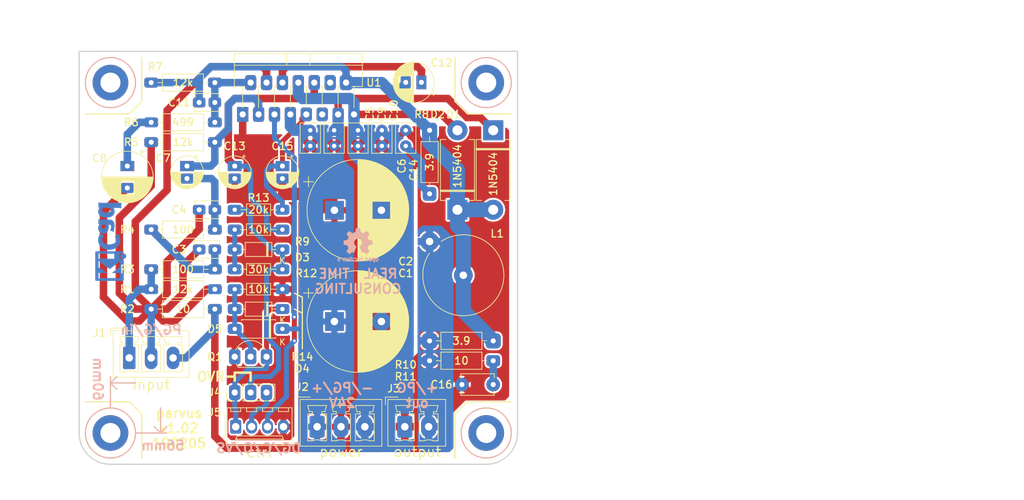
<source format=kicad_pcb>
(kicad_pcb (version 20171130) (host pcbnew 5.0.2-bee76a0~70~ubuntu18.04.1)
  (title_block (title "Parvus Power Amplifier") (date 2019-02-03) (rev 1.0) (company "Real-Time Consulting") (comment 1 "Author: Nenad Radulovic"))
  (layers (0 F.Cu signal) (31 B.Cu signal) (34 B.Paste user) (35 F.Paste user) (36 B.SilkS user) (37 F.SilkS user) (38 B.Mask user) (39 F.Mask user) (44 Edge.Cuts user))
  (net 0 "")
  (net 1 GNDD)
  (net 2 +pwvs)
  (net 3 -pwvs)
  (net 4 /input)
  (net 5 "Net-(C7-Pad1)")
  (net 6 "Net-(C8-Pad1)")
  (net 7 /preout)
  (net 8 /out)
  (net 9 /mute)
  (net 10 /stby)
  (net 11 GNDPWR)
  (net 12 "Net-(C3-Pad1)")
  (net 13 "Net-(C11-Pad1)")
  (net 14 "Net-(C12-Pad1)")
  (net 15 "Net-(C16-Pad1)")
  (net 16 "Net-(C4-Pad1)")
  (net 17 "Net-(C14-Pad1)")
  (net 18 "Net-(D3-Pad1)")
  (net 19 "Net-(D3-Pad2)")
  (net 20 "Net-(D4-Pad2)")
  (net 21 "Net-(J4-Pad3)")
  (net 22 "Net-(D4-Pad1)")
  (net 23 "Net-(J5-Pad3)")
  (net 24 /sgnd)
  (module Connector_PinHeader_2.54mm:PinHeader_1x03_P2.54mm_Vertical (layer F.Cu) (at 112.34 102.95 90)
    (fp_text reference J4 (at 0 -3.175 180) (layer F.SilkS) (effects (font (size 1.2 1.2) (thickness 0.2))))
    (fp_text value ctrl_override)
    (pad 3 thru_hole roundrect (at 0 5.08 90) (size 2.4 1.8) (drill 1) (layers *.Cu *.Mask) (net 21 "Net-(J4-Pad3)"))
    (pad 2 thru_hole roundrect (at 0 2.54 90) (size 2.4 1.8) (drill 1) (layers *.Cu *.Mask) (net 18 "Net-(D3-Pad1)"))
    (pad 1 thru_hole roundrect (at 0 0 90) (size 2.4 1.8) (drill 1) (layers *.Cu *.Mask) (net 22 "Net-(D4-Pad1)"))
  )
  (module Capacitor_THT:CP_Radial_D16.0mm_P7.50mm (layer F.Cu) (at 128.26 73.82)
    (fp_text reference C2 (at 11.385 8.175) (layer F.SilkS) (effects (font (size 1.2 1.2) (thickness 0.2))))
    (fp_text value 2m2)
    (pad 2 thru_hole circle (at 7.5 0) (size 3 3) (drill 1.2) (layers *.Cu *.Mask) (net 3 -pwvs))
    (pad 1 thru_hole rect (at 0 0) (size 3 3) (drill 1.2) (layers *.Cu *.Mask) (net 11 GNDPWR))
  )
  (module Resistor_THT:R_Axial_DIN0207_L6.3mm_D2.5mm_P10.16mm_Horizontal (layer F.Cu) (at 109.165 83.265 180)
    (fp_text reference R3 (at 13.97 0 180) (layer F.SilkS) (effects (font (size 1.2 1.2) (thickness 0.2))))
    (fp_text value 100 (at 5.08 0 180) (layer F.SilkS) (effects (font (size 1.2 1.2) (thickness 0.2))))
    (pad 1 thru_hole roundrect (at 0 0 180) (size 2.2 1.6) (drill 0.8) (layers *.Cu *.Mask) (net 12 "Net-(C3-Pad1)"))
    (pad 2 thru_hole roundrect (at 10.16 0 180) (size 2.2 1.6) (drill 0.8) (layers *.Cu *.Mask) (net 4 /input))
  )
  (module Capacitor_THT:CP_Radial_D5.0mm_P2.00mm (layer F.Cu) (at 104.72 66.755 270)
    (fp_text reference C7 (at -1.27 3.81) (layer F.SilkS) (effects (font (size 1.2 1.2) (thickness 0.2))))
    (fp_text value 22u)
    (pad 1 thru_hole rect (at 0 0 270) (size 1.6 2.2) (drill 0.8) (layers *.Cu *.Mask) (net 5 "Net-(C7-Pad1)"))
    (pad 2 thru_hole roundrect (at 2 0 270) (size 1.6 2.2) (drill 0.8) (layers *.Cu *.Mask) (net 16 "Net-(C4-Pad1)"))
  )
  (module Symbol:KiCad-Logo_5mm_Copper (layer B.Cu) (at 92.02 78.82 90)
    (fp_text reference LOGO1 hide)
    (fp_text value Kicad_Logo)
    (fp_poly (pts (xy -2.9464 2.510946) (xy -2.935535 2.397007) (xy -2.903918 2.289384) (xy -2.853015 2.190385) (xy -2.784293 2.102316) (xy -2.699219 2.027484) (xy -2.602232 1.969616) (xy -2.495964 1.929995) (xy -2.38895 1.911427) (xy -2.2833 1.912566) (xy -2.181125 1.93207) (xy -2.084534 1.968594) (xy -1.995638 2.020795) (xy -1.916546 2.087327) (xy -1.849369 2.166848) (xy -1.796217 2.258013) (xy -1.759199 2.359477) (xy -1.740427 2.469898) (xy -1.738489 2.519794) (xy -1.738489 2.607733) (xy -1.68656 2.607733) (xy -1.650253 2.604889) (xy -1.623355 2.593089) (xy -1.596249 2.569351) (xy -1.557867 2.530969) (xy -1.557867 0.339398) (xy -1.557876 0.077261) (xy -1.557908 -0.163241) (xy -1.557972 -0.383048) (xy -1.558076 -0.583101) (xy -1.558227 -0.764344) (xy -1.558434 -0.927716) (xy -1.558706 -1.07416) (xy -1.55905 -1.204617) (xy -1.559474 -1.320029) (xy -1.559987 -1.421338) (xy -1.560597 -1.509484) (xy -1.561312 -1.58541) (xy -1.56214 -1.650057) (xy -1.563089 -1.704367) (xy -1.564167 -1.74928) (xy -1.565383 -1.78574) (xy -1.566745 -1.814687) (xy -1.568261 -1.837063) (xy -1.569938 -1.853809) (xy -1.571786 -1.865868) (xy -1.573813 -1.87418) (xy -1.576025 -1.879687) (xy -1.577108 -1.881537) (xy -1.581271 -1.888549) (xy -1.584805 -1.894996) (xy -1.588635 -1.9009) (xy -1.593682 -1.906286) (xy -1.600871 -1.911178) (xy -1.611123 -1.915598) (xy -1.625364 -1.919572) (xy -1.644514 -1.923121) (xy -1.669499 -1.92627) (xy -1.70124 -1.929042) (xy -1.740662 -1.931461) (xy -1.788686 -1.933551) (xy -1.846237 -1.935335) (xy -1.914237 -1.936837) (xy -1.99361 -1.93808) (xy -2.085279 -1.939089) (xy -2.190166 -1.939885) (xy -2.309196 -1.940494) (xy -2.44329 -1.940939) (xy -2.593373 -1.941243) (xy -2.760367 -1.94143) (xy -2.945196 -1.941524) (xy -3.148783 -1.941548) (xy -3.37205 -1.941525) (xy -3.615922 -1.94148) (xy -3.881321 -1.941437) (xy -3.919704 -1.941432) (xy -4.186682 -1.941389) (xy -4.432002 -1.941318) (xy -4.656583 -1.941213) (xy -4.861345 -1.941066) (xy -5.047206 -1.940869) (xy -5.215088 -1.940616) (xy -5.365908 -1.9403) (xy -5.500587 -1.939913) (xy -5.620044 -1.939447) (xy -5.725199 -1.938897) (xy -5.816971 -1.938253) (xy -5.896279 -1.937511) (xy -5.964043 -1.936661) (xy -6.021182 -1.935697) (xy -6.068617 -1.934611) (xy -6.107266 -1.933397) (xy -6.138049 -1.932047) (xy -6.161885 -1.930555) (xy -6.179694 -1.928911) (xy -6.192395 -1.927111) (xy -6.200908 -1.925145) (xy -6.205266 -1.923477) (xy -6.213728 -1.919906) (xy -6.221497 -1.91727) (xy -6.228602 -1.914634) (xy -6.235073 -1.911062) (xy -6.240939 -1.905621) (xy -6.246229 -1.897375) (xy -6.250974 -1.88539) (xy -6.255202 -1.868731) (xy -6.258943 -1.846463) (xy -6.262227 -1.817652) (xy -6.265083 -1.781363) (xy -6.26754 -1.736661) (xy -6.269629 -1.682611) (xy -6.271378 -1.618279) (xy -6.272817 -1.54273) (xy -6.273976 -1.45503) (xy -6.274883 -1.354243) (xy -6.275569 -1.239434) (xy -6.276063 -1.10967) (xy -6.276395 -0.964015) (xy -6.276593 -0.801535) (xy -6.276687 -0.621295) (xy -6.276708 -0.42236) (xy -6.276685 -0.203796) (xy -6.276646 0.035332) (xy -6.276622 0.29596) (xy -6.276622 0.338111) (xy -6.276636 0.601008) (xy -6.276661 0.842268) (xy -6.276671 1.062835) (xy -6.276642 1.263648) (xy -6.276548 1.445651) (xy -6.276362 1.609784) (xy -6.276059 1.756989) (xy -6.275614 1.888208) (xy -6.275034 1.998133) (xy -5.972197 1.998133) (xy -5.932407 1.940289) (xy -5.921236 1.924521) (xy -5.911166 1.910559) (xy -5.902138 1.897216) (xy -5.894097 1.883307) (xy -5.886986 1.867644) (xy -5.880747 1.849042) (xy -5.875325 1.826314) (xy -5.870662 1.798273) (xy -5.866701 1.763733) (xy -5.863385 1.721508) (xy -5.860659 1.670411) (xy -5.858464 1.609256) (xy -5.856745 1.536856) (xy -5.855444 1.452025) (xy -5.854505 1.353578) (xy -5.85387 1.240326) (xy -5.853484 1.111084) (xy -5.853288 0.964666) (xy -5.853227 0.799884) (xy -5.853243 0.615553) (xy -5.85328 0.410487) (xy -5.853289 0.287867) (xy -5.853265 0.070918) (xy -5.853231 -0.124642) (xy -5.853243 -0.299999) (xy -5.853358 -0.456341) (xy -5.85363 -0.594857) (xy -5.854118 -0.716734) (xy -5.854876 -0.82316) (xy -5.855962 -0.915322) (xy -5.857431 -0.994409) (xy -5.85934 -1.061608) (xy -5.861744 -1.118107) (xy -5.864701 -1.165093) (xy -5.868266 -1.203755) (xy -5.872495 -1.23528) (xy -5.877446 -1.260855) (xy -5.883173 -1.28167) (xy -5.889733 -1.298911) (xy -5.897183 -1.313765) (xy -5.905579 -1.327422) (xy -5.914976 -1.341069) (xy -5.925432 -1.355893) (xy -5.931523 -1.364783) (xy -5.970296 -1.4224) (xy -5.438732 -1.4224) (xy -5.315483 -1.422365) (xy -5.212987 -1.422215) (xy -5.12942 -1.421878) (xy -5.062956 -1.421286) (xy -5.011771 -1.420367) (xy -4.974041 -1.419051) (xy -4.94794 -1.417269) (xy -4.931644 -1.414951) (xy -4.923328 -1.412026) (xy -4.921168 -1.408424) (xy -4.923339 -1.404075) (xy -4.924535 -1.402645) (xy -4.949685 -1.365573) (xy -4.975583 -1.312772) (xy -4.999192 -1.25077) (xy -5.007461 -1.224357) (xy -5.012078 -1.206416) (xy -5.015979 -1.185355) (xy -5.019248 -1.159089) (xy -5.021966 -1.125532) (xy -5.024215 -1.082599) (xy -5.026077 -1.028204) (xy -5.027636 -0.960262) (xy -5.028972 -0.876688) (xy -5.030169 -0.775395) (xy -5.031308 -0.6543) (xy -5.031685 -0.6096) (xy -5.032702 -0.484449) (xy -5.03346 -0.380082) (xy -5.033903 -0.294707) (xy -5.03397 -0.226533) (xy -5.033605 -0.173765) (xy -5.032748 -0.134614) (xy -5.031341 -0.107285) (xy -5.029325 -0.089986) (xy -5.026643 -0.080926) (xy -5.023236 -0.078312) (xy -5.019044 -0.080351) (xy -5.014571 -0.084667) (xy -5.004216 -0.097602) (xy -4.982158 -0.126676) (xy -4.949957 -0.169759) (xy -4.909174 -0.224718) (xy -4.86137 -0.289423) (xy -4.808105 -0.361742) (xy -4.75094 -0.439544) (xy -4.691437 -0.520698) (xy -4.631155 -0.603072) (xy -4.571655 -0.684536) (xy -4.514498 -0.762957) (xy -4.461245 -0.836204) (xy -4.413457 -0.902147) (xy -4.372693 -0.958654) (xy -4.340516 -1.003593) (xy -4.318485 -1.034834) (xy -4.313917 -1.041466) (xy -4.290996 -1.078369) (xy -4.264188 -1.126359) (xy -4.238789 -1.175897) (xy -4.235568 -1.182577) (xy -4.21389 -1.230772) (xy -4.201304 -1.268334) (xy -4.195574 -1.30416) (xy -4.194456 -1.3462) (xy -4.19509 -1.4224) (xy -3.040651 -1.4224) (xy -3.131815 -1.328669) (xy -3.178612 -1.278775) (xy -3.228899 -1.222295) (xy -3.274944 -1.168026) (xy -3.295369 -1.142673) (xy -3.325807 -1.103128) (xy -3.365862 -1.049916) (xy -3.414361 -0.984667) (xy -3.470135 -0.909011) (xy -3.532011 -0.824577) (xy -3.598819 -0.732994) (xy -3.669387 -0.635892) (xy -3.742545 -0.534901) (xy -3.817121 -0.43165) (xy -3.891944 -0.327768) (xy -3.965843 -0.224885) (xy -4.037646 -0.124631) (xy -4.106184 -0.028636) (xy -4.170284 0.061473) (xy -4.228775 0.144064) (xy -4.280486 0.217508) (xy -4.324247 0.280176) (xy -4.358885 0.330439) (xy -4.38323 0.366666) (xy -4.396111 0.387229) (xy -4.397869 0.391332) (xy -4.38991 0.402658) (xy -4.369115 0.429838) (xy -4.336847 0.471171) (xy -4.29447 0.524956) (xy -4.243347 0.589494) (xy -4.184841 0.663082) (xy -4.120314 0.744022) (xy -4.051131 0.830612) (xy -3.978653 0.921152) (xy -3.904246 1.01394) (xy -3.844517 1.088298) (xy -2.833511 1.088298) (xy -2.827602 1.075341) (xy -2.813272 1.053092) (xy -2.812225 1.051609) (xy -2.793438 1.021456) (xy -2.773791 0.984625) (xy -2.769892 0.976489) (xy -2.766356 0.96806) (xy -2.76323 0.957941) (xy -2.760486 0.94474) (xy -2.758092 0.927062) (xy -2.756019 0.903516) (xy -2.754235 0.872707) (xy -2.752712 0.833243) (xy -2.751419 0.783731) (xy -2.750326 0.722777) (xy -2.749403 0.648989) (xy -2.748619 0.560972) (xy -2.747945 0.457335) (xy -2.74735 0.336684) (xy -2.746805 0.197626) (xy -2.746279 0.038768) (xy -2.745745 -0.140089) (xy -2.745206 -0.325207) (xy -2.744772 -0.489145) (xy -2.744509 -0.633303) (xy -2.744484 -0.759079) (xy -2.744765 -0.867871) (xy -2.745419 -0.961077) (xy -2.746514 -1.040097) (xy -2.748118 -1.106328) (xy -2.750297 -1.16117) (xy -2.753119 -1.206021) (xy -2.756651 -1.242278) (xy -2.760961 -1.271341) (xy -2.766117 -1.294609) (xy -2.772185 -1.313479) (xy -2.779233 -1.329351) (xy -2.787329 -1.343622) (xy -2.79654 -1.357691) (xy -2.80504 -1.370158) (xy -2.822176 -1.396452) (xy -2.832322 -1.414037) (xy -2.833511 -1.417257) (xy -2.822604 -1.418334) (xy -2.791411 -1.419335) (xy -2.742223 -1.420235) (xy -2.677333 -1.42101) (xy -2.59903 -1.421637) (xy -2.509607 -1.422091) (xy -2.411356 -1.422349) (xy -2.342445 -1.4224) (xy -2.237452 -1.42218) (xy -2.14061 -1.421548) (xy -2.054107 -1.420549) (xy -1.980132 -1.419227) (xy -1.920874 -1.417626) (xy -1.87852 -1.415791) (xy -1.85526 -1.413765) (xy -1.851378 -1.412493) (xy -1.859076 -1.397591) (xy -1.867074 -1.38956) (xy -1.880246 -1.372434) (xy -1.897485 -1.342183) (xy -1.909407 -1.317622) (xy -1.936045 -1.258711) (xy -1.93912 -0.081845) (xy -1.942195 1.095022) (xy -2.387853 1.095022) (xy -2.48567 1.094858) (xy -2.576064 1.094389) (xy -2.65663 1.093653) (xy -2.724962 1.092684) (xy -2.778656 1.09152) (xy -2.815305 1.090197) (xy -2.832504 1.088751) (xy -2.833511 1.088298) (xy -3.844517 1.088298) (xy -3.82927 1.107278) (xy -3.75509 1.199463) (xy -3.683069 1.288796) (xy -3.614569 1.373576) (xy -3.550955 1.452102) (xy -3.493588 1.522674) (xy -3.443833 1.583591) (xy -3.403052 1.633153) (xy -3.385888 1.653822) (xy -3.299596 1.754484) (xy -3.222997 1.837741) (xy -3.154183 1.905562) (xy -3.091248 1.959911) (xy -3.081867 1.967278) (xy -3.042356 1.997883) (xy -4.174116 1.998133) (xy -4.168827 1.950156) (xy -4.17213 1.892812) (xy -4.193661 1.824537) (xy -4.233635 1.744788) (xy -4.278943 1.672505) (xy -4.295161 1.64986) (xy -4.323214 1.612304) (xy -4.36143 1.561979) (xy -4.408137 1.501027) (xy -4.461661 1.431589) (xy -4.520331 1.355806) (xy -4.582475 1.27582) (xy -4.646421 1.193772) (xy -4.710495 1.111804) (xy -4.773027 1.032057) (xy -4.832343 0.956673) (xy -4.886771 0.887793) (xy -4.934639 0.827558) (xy -4.974275 0.778111) (xy -5.004006 0.741592) (xy -5.022161 0.720142) (xy -5.02522 0.716844) (xy -5.028079 0.724851) (xy -5.030293 0.755145) (xy -5.031857 0.807444) (xy -5.032767 0.881469) (xy -5.03302 0.976937) (xy -5.032613 1.093566) (xy -5.031704 1.213555) (xy -5.030382 1.345667) (xy -5.028857 1.457406) (xy -5.026881 1.550975) (xy -5.024206 1.628581) (xy -5.020582 1.692426) (xy -5.015761 1.744717) (xy -5.009494 1.787656) (xy -5.001532 1.823449) (xy -4.991627 1.8543) (xy -4.979531 1.882414) (xy -4.964993 1.909995) (xy -4.950311 1.935034) (xy -4.912314 1.998133) (xy -5.972197 1.998133) (xy -6.275034 1.998133) (xy -6.275001 2.004383) (xy -6.274195 2.106456) (xy -6.27317 2.195367) (xy -6.2719 2.272059) (xy -6.27036 2.337473) (xy -6.268524 2.392551) (xy -6.266367 2.438235) (xy -6.263863 2.475466) (xy -6.260987 2.505187) (xy -6.257713 2.528338) (xy -6.254015 2.545861) (xy -6.249869 2.558699) (xy -6.245247 2.567792) (xy -6.240126 2.574082) (xy -6.234478 2.578512) (xy -6.228279 2.582022) (xy -6.221504 2.585555) (xy -6.215508 2.589124) (xy -6.210275 2.5917) (xy -6.202099 2.594028) (xy -6.189886 2.596122) (xy -6.172541 2.597993) (xy -6.148969 2.599653) (xy -6.118077 2.601116) (xy -6.078768 2.602392) (xy -6.02995 2.603496) (xy -5.970527 2.604439) (xy -5.899404 2.605233) (xy -5.815488 2.605891) (xy -5.717683 2.606425) (xy -5.604894 2.606847) (xy -5.476029 2.607171) (xy -5.329991 2.607408) (xy -5.165686 2.60757) (xy -4.98202 2.60767) (xy -4.777897 2.60772) (xy -4.566753 2.607733) (xy -2.9464 2.607733) (xy -2.9464 2.510946)) (layer B.Cu) (width 0.01))
    (fp_poly (pts (xy 0.328429 2.050929) (xy 0.48857 2.029755) (xy 0.65251 1.989615) (xy 0.822313 1.930111) (xy 1.000043 1.850846) (xy 1.01131 1.845301) (xy 1.069005 1.817275) (xy 1.120552 1.793198) (xy 1.162191 1.774751) (xy 1.190162 1.763614) (xy 1.199733 1.761067) (xy 1.21895 1.756059) (xy 1.223561 1.751853) (xy 1.218458 1.74142) (xy 1.202418 1.715132) (xy 1.177288 1.675743) (xy 1.144914 1.626009) (xy 1.107143 1.568685) (xy 1.065822 1.506524) (xy 1.022798 1.442282) (xy 0.979917 1.378715) (xy 0.939026 1.318575) (xy 0.901971 1.26462) (xy 0.8706 1.219603) (xy 0.846759 1.186279) (xy 0.832294 1.167403) (xy 0.830309 1.165213) (xy 0.820191 1.169862) (xy 0.79785 1.187038) (xy 0.76728 1.21356) (xy 0.751536 1.228036) (xy 0.655047 1.303318) (xy 0.548336 1.358759) (xy 0.432832 1.393859) (xy 0.309962 1.40812) (xy 0.240561 1.406949) (xy 0.119423 1.389788) (xy 0.010205 1.353906) (xy -0.087418 1.299041) (xy -0.173772 1.22493) (xy -0.249185 1.131312) (xy -0.313982 1.017924) (xy -0.351399 0.931333) (xy -0.395252 0.795634) (xy -0.427572 0.64815) (xy -0.448443 0.492686) (xy -0.457949 0.333044) (xy -0.456173 0.173027) (xy -0.443197 0.016439) (xy -0.419106 -0.132918) (xy -0.383982 -0.27124) (xy -0.337908 -0.394724) (xy -0.321627 -0.428978) (xy -0.25338 -0.543064) (xy -0.172921 -0.639557) (xy -0.08143 -0.71767) (xy 0.019911 -0.776617) (xy 0.12992 -0.815612) (xy 0.247415 -0.833868) (xy 0.288883 -0.835211) (xy 0.410441 -0.82429) (xy 0.530878 -0.791474) (xy 0.648666 -0.737439) (xy 0.762277 -0.662865) (xy 0.853685 -0.584539) (xy 0.900215 -0.540008) (xy 1.081483 -0.837271) (xy 1.12658 -0.911433) (xy 1.167819 -0.979646) (xy 1.203735 -1.039459) (xy 1.232866 -1.08842) (xy 1.25375 -1.124079) (xy 1.264924 -1.143984) (xy 1.266375 -1.147079) (xy 1.258146 -1.156718) (xy 1.232567 -1.173999) (xy 1.192873 -1.197283) (xy 1.142297 -1.224934) (xy 1.084074 -1.255315) (xy 1.021437 -1.28679) (xy 0.957621 -1.317722) (xy 0.89586 -1.346473) (xy 0.839388 -1.371408) (xy 0.791438 -1.390889) (xy 0.767986 -1.399318) (xy 0.634221 -1.437133) (xy 0.496327 -1.462136) (xy 0.348622 -1.47514) (xy 0.221833 -1.477468) (xy 0.153878 -1.476373) (xy 0.088277 -1.474275) (xy 0.030847 -1.471434) (xy -0.012597 -1.468106) (xy -0.026702 -1.466422) (xy -0.165716 -1.437587) (xy -0.307243 -1.392468) (xy -0.444725 -1.33375) (xy -0.571606 -1.26412) (xy -0.649111 -1.211441) (xy -0.776519 -1.103239) (xy -0.894822 -0.976671) (xy -1.001828 -0.834866) (xy -1.095348 -0.680951) (xy -1.17319 -0.518053) (xy -1.217044 -0.400756) (xy -1.267292 -0.217128) (xy -1.300791 -0.022581) (xy -1.317551 0.178675) (xy -1.317584 0.382432) (xy -1.300899 0.584479) (xy -1.267507 0.780608) (xy -1.21742 0.966609) (xy -1.213603 0.978197) (xy -1.150719 1.14025) (xy -1.073972 1.288168) (xy -0.980758 1.426135) (xy -0.868473 1.558339) (xy -0.824608 1.603601) (xy -0.688466 1.727543) (xy -0.548509 1.830085) (xy -0.402589 1.912344) (xy -0.248558 1.975436) (xy -0.084268 2.020477) (xy 0.011289 2.037967) (xy 0.170023 2.053534) (xy 0.328429 2.050929)) (layer B.Cu) (width 0.01))
    (fp_poly (pts (xy 2.673574 1.133448) (xy 2.825492 1.113433) (xy 2.960756 1.079798) (xy 3.080239 1.032275) (xy 3.184815 0.970595) (xy 3.262424 0.907035) (xy 3.331265 0.832901) (xy 3.385006 0.753129) (xy 3.42791 0.660909) (xy 3.443384 0.617839) (xy 3.456244 0.578858) (xy 3.467446 0.542711) (xy 3.47712 0.507566) (xy 3.485396 0.47159) (xy 3.492403 0.43295) (xy 3.498272 0.389815) (xy 3.503131 0.340351) (xy 3.50711 0.282727) (xy 3.51034 0.215109) (xy 3.512949 0.135666) (xy 3.515067 0.042564) (xy 3.516824 -0.066027) (xy 3.518349 -0.191942) (xy 3.519772 -0.337012) (xy 3.521025 -0.479778) (xy 3.522351 -0.635968) (xy 3.523556 -0.771239) (xy 3.524766 -0.887246) (xy 3.526106 -0.985645) (xy 3.5277 -1.068093) (xy 3.529675 -1.136246) (xy 3.532156 -1.19176) (xy 3.535269 -1.236292) (xy 3.539138 -1.271498) (xy 3.543889 -1.299034) (xy 3.549648 -1.320556) (xy 3.556539 -1.337722) (xy 3.564689 -1.352186) (xy 3.574223 -1.365606) (xy 3.585266 -1.379638) (xy 3.589566 -1.385071) (xy 3.605386 -1.40791) (xy 3.612422 -1.423463) (xy 3.612444 -1.423922) (xy 3.601567 -1.426121) (xy 3.570582 -1.428147) (xy 3.521957 -1.429942) (xy 3.458163 -1.431451) (xy 3.381669 -1.432616) (xy 3.294944 -1.43338) (xy 3.200457 -1.433686) (xy 3.18955 -1.433689) (xy 2.766657 -1.433689) (xy 2.763395 -1.337622) (xy 2.760133 -1.241556) (xy 2.698044 -1.292543) (xy 2.600714 -1.360057) (xy 2.490813 -1.414749) (xy 2.404349 -1.444978) (xy 2.335278 -1.459666) (xy 2.251925 -1.469659) (xy 2.162159 -1.474646) (xy 2.073845 -1.474313) (xy 1.994851 -1.468351) (xy 1.958622 -1.462638) (xy 1.818603 -1.424776) (xy 1.692178 -1.369932) (xy 1.58026 -1.298924) (xy 1.483762 -1.212568) (xy 1.4036 -1.111679) (xy 1.340687 -0.997076) (xy 1.296312 -0.870984) (xy 1.283978 -0.814401) (xy 1.276368 -0.752202) (xy 1.272739 -0.677363) (xy 1.272245 -0.643467) (xy 1.27231 -0.640282) (xy 2.032248 -0.640282) (xy 2.041541 -0.715333) (xy 2.069728 -0.77916) (xy 2.118197 -0.834798) (xy 2.123254 -0.839211) (xy 2.171548 -0.874037) (xy 2.223257 -0.89662) (xy 2.283989 -0.90854) (xy 2.359352 -0.911383) (xy 2.377459 -0.910978) (xy 2.431278 -0.908325) (xy 2.471308 -0.902909) (xy 2.506324 -0.892745) (xy 2.545103 -0.87585) (xy 2.555745 -0.870672) (xy 2.616396 -0.834844) (xy 2.663215 -0.792212) (xy 2.675952 -0.776973) (xy 2.720622 -0.720462) (xy 2.720622 -0.524586) (xy 2.720086 -0.445939) (xy 2.718396 -0.387988) (xy 2.715428 -0.348875) (xy 2.711057 -0.326741) (xy 2.706972 -0.320274) (xy 2.691047 -0.317111) (xy 2.657264 -0.314488) (xy 2.61034 -0.312655) (xy 2.554993 -0.311857) (xy 2.546106 -0.311842) (xy 2.42533 -0.317096) (xy 2.32266 -0.333263) (xy 2.236106 -0.360961) (xy 2.163681 -0.400808) (xy 2.108751 -0.447758) (xy 2.064204 -0.505645) (xy 2.03948 -0.568693) (xy 2.032248 -0.640282) (xy 1.27231 -0.640282) (xy 1.274178 -0.549712) (xy 1.282522 -0.470812) (xy 1.298768 -0.39959) (xy 1.324405 -0.328864) (xy 1.348401 -0.276493) (xy 1.40702 -0.181196) (xy 1.485117 -0.09317) (xy 1.580315 -0.014017) (xy 1.690238 0.05466) (xy 1.81251 0.111259) (xy 1.944755 0.154179) (xy 2.009422 0.169118) (xy 2.145604 0.191223) (xy 2.294049 0.205806) (xy 2.445505 0.212187) (xy 2.572064 0.210555) (xy 2.73395 0.203776) (xy 2.72653 0.262755) (xy 2.707238 0.361908) (xy 2.676104 0.442628) (xy 2.632269 0.505534) (xy 2.574871 0.551244) (xy 2.503048 0.580378) (xy 2.415941 0.593553) (xy 2.312686 0.591389) (xy 2.274711 0.587388) (xy 2.13352 0.56222) (xy 1.996707 0.521186) (xy 1.902178 0.483185) (xy 1.857018 0.46381) (xy 1.818585 0.44824) (xy 1.792234 0.438595) (xy 1.784546 0.436548) (xy 1.774802 0.445626) (xy 1.758083 0.474595) (xy 1.734232 0.523783) (xy 1.703093 0.593516) (xy 1.664507 0.684121) (xy 1.65791 0.699911) (xy 1.627853 0.772228) (xy 1.600874 0.837575) (xy 1.578136 0.893094) (xy 1.560806 0.935928) (xy 1.550048 0.963219) (xy 1.546941 0.972058) (xy 1.55694 0.976813) (xy 1.583217 0.98209) (xy 1.611489 0.985769) (xy 1.641646 0.990526) (xy 1.689433 0.999972) (xy 1.750612 1.01318) (xy 1.820946 1.029224) (xy 1.896194 1.04718) (xy 1.924755 1.054203) (xy 2.029816 1.079791) (xy 2.11748 1.099853) (xy 2.192068 1.115031) (xy 2.257903 1.125965) (xy 2.319307 1.133296) (xy 2.380602 1.137665) (xy 2.44611 1.139713) (xy 2.504128 1.140111) (xy 2.673574 1.133448)) (layer B.Cu) (width 0.01))
    (fp_poly (pts (xy 6.186507 0.527755) (xy 6.186526 0.293338) (xy 6.186552 0.080397) (xy 6.186625 -0.112168) (xy 6.186782 -0.285459) (xy 6.187064 -0.440576) (xy 6.187509 -0.57862) (xy 6.188156 -0.700692) (xy 6.189045 -0.807894) (xy 6.190213 -0.901326) (xy 6.191701 -0.98209) (xy 6.193546 -1.051286) (xy 6.195789 -1.110015) (xy 6.198469 -1.159379) (xy 6.201623 -1.200478) (xy 6.205292 -1.234413) (xy 6.209513 -1.262286) (xy 6.214327 -1.285198) (xy 6.219773 -1.304249) (xy 6.225888 -1.32054) (xy 6.232712 -1.335173) (xy 6.240285 -1.349249) (xy 6.248645 -1.363868) (xy 6.253839 -1.372974) (xy 6.288104 -1.433689) (xy 5.429955 -1.433689) (xy 5.429955 -1.337733) (xy 5.429224 -1.29437) (xy 5.427272 -1.261205) (xy 5.424463 -1.243424) (xy 5.423221 -1.241778) (xy 5.411799 -1.248662) (xy 5.389084 -1.266505) (xy 5.366385 -1.285879) (xy 5.3118 -1.326614) (xy 5.242321 -1.367617) (xy 5.16527 -1.405123) (xy 5.087965 -1.435364) (xy 5.057113 -1.445012) (xy 4.988616 -1.459578) (xy 4.905764 -1.469539) (xy 4.816371 -1.474583) (xy 4.728248 -1.474396) (xy 4.649207 -1.468666) (xy 4.611511 -1.462858) (xy 4.473414 -1.424797) (xy 4.346113 -1.367073) (xy 4.230292 -1.290211) (xy 4.126637 -1.194739) (xy 4.035833 -1.081179) (xy 3.969031 -0.970381) (xy 3.914164 -0.853625) (xy 3.872163 -0.734276) (xy 3.842167 -0.608283) (xy 3.823311 -0.471594) (xy 3.814732 -0.320158) (xy 3.814006 -0.242711) (xy 3.8161 -0.185934) (xy 4.645217 -0.185934) (xy 4.645424 -0.279002) (xy 4.648337 -0.366692) (xy 4.654 -0.443772) (xy 4.662455 -0.505009) (xy 4.665038 -0.51735) (xy 4.69684 -0.624633) (xy 4.738498 -0.711658) (xy 4.790363 -0.778642) (xy 4.852781 -0.825805) (xy 4.9261 -0.853365) (xy 5.010669 -0.861541) (xy 5.106835 -0.850551) (xy 5.170311 -0.834829) (xy 5.219454 -0.816639) (xy 5.273583 -0.790791) (xy 5.314244 -0.767089) (xy 5.3848 -0.720721) (xy 5.3848 0.42947) (xy 5.317392 0.473038) (xy 5.238867 0.51396) (xy 5.154681 0.540611) (xy 5.069557 0.552535) (xy 4.988216 0.549278) (xy 4.91538 0.530385) (xy 4.883426 0.514816) (xy 4.825501 0.471819) (xy 4.776544 0.415047) (xy 4.73539 0.342425) (xy 4.700874 0.251879) (xy 4.671833 0.141334) (xy 4.670552 0.135467) (xy 4.660381 0.073212) (xy 4.652739 -0.004594) (xy 4.64767 -0.09272) (xy 4.645217 -0.185934) (xy 3.8161 -0.185934) (xy 3.821857 -0.029895) (xy 3.843802 0.165941) (xy 3.879786 0.344668) (xy 3.929759 0.506155) (xy 3.993668 0.650274) (xy 4.071462 0.776894) (xy 4.163089 0.885885) (xy 4.268497 0.977117) (xy 4.313662 1.008068) (xy 4.414611 1.064215) (xy 4.517901 1.103826) (xy 4.627989 1.127986) (xy 4.74933 1.137781) (xy 4.841836 1.136735) (xy 4.97149 1.125769) (xy 5.084084 1.103954) (xy 5.182875 1.070286) (xy 5.271121 1.023764) (xy 5.319986 0.989552) (xy 5.349353 0.967638) (xy 5.371043 0.952667) (xy 5.379253 0.948267) (xy 5.380868 0.959096) (xy 5.382159 0.989749) (xy 5.383138 1.037474) (xy 5.383817 1.099521) (xy 5.38421 1.173138) (xy 5.38433 1.255573) (xy 5.384188 1.344075) (xy 5.383797 1.435893) (xy 5.383171 1.528276) (xy 5.38232 1.618472) (xy 5.38126 1.703729) (xy 5.380001 1.781297) (xy 5.378556 1.848424) (xy 5.376938 1.902359) (xy 5.375161 1.94035) (xy 5.374669 1.947333) (xy 5.367092 2.017749) (xy 5.355531 2.072898) (xy 5.337792 2.120019) (xy 5.311682 2.166353) (xy 5.305415 2.175933) (xy 5.280983 2.212622) (xy 6.186311 2.212622) (xy 6.186507 0.527755)) (layer B.Cu) (width 0.01))
    (fp_poly (pts (xy -2.273043 2.973429) (xy -2.176768 2.949191) (xy -2.090184 2.906359) (xy -2.015373 2.846581) (xy -1.954418 2.771506) (xy -1.909399 2.68278) (xy -1.883136 2.58647) (xy -1.877286 2.489205) (xy -1.89214 2.395346) (xy -1.92584 2.307489) (xy -1.976528 2.22823) (xy -2.042345 2.160164) (xy -2.121434 2.105888) (xy -2.211934 2.067998) (xy -2.2632 2.055574) (xy -2.307698 2.048053) (xy -2.341999 2.045081) (xy -2.37496 2.046906) (xy -2.415434 2.053775) (xy -2.448531 2.06075) (xy -2.541947 2.092259) (xy -2.625619 2.143383) (xy -2.697665 2.212571) (xy -2.7562 2.298272) (xy -2.770148 2.325511) (xy -2.786586 2.361878) (xy -2.796894 2.392418) (xy -2.80246 2.42455) (xy -2.804669 2.465693) (xy -2.804948 2.511778) (xy -2.800861 2.596135) (xy -2.787446 2.665414) (xy -2.762256 2.726039) (xy -2.722846 2.784433) (xy -2.684298 2.828698) (xy -2.612406 2.894516) (xy -2.537313 2.939947) (xy -2.454562 2.96715) (xy -2.376928 2.977424) (xy -2.273043 2.973429)) (layer B.Cu) (width 0.01))
  )
  (module Symbol:OSHW-Logo2_7.3x6mm_SilkScreen (layer B.Cu) (at 132.025 79.455 180)
    (fp_text reference LOGO2 hide)
    (fp_text value "OSHW Logo" hide)
  )
  (module MountingHole:MountingHole_3.2mm_M3_ISO7380_Pad (layer F.Cu) (at 92.5 109.42)
    (fp_text reference MK1 hide)
    (fp_text value Mounting_Hole)
    (pad 1 thru_hole circle (at 0 0) (size 5.7 5.7) (drill 3.2) (layers *.Cu *.Mask))
  )
  (module MountingHole:MountingHole_3.2mm_M3_ISO7380_Pad (layer F.Cu) (at 92.5 53.42)
    (fp_text reference MK2 hide)
    (fp_text value Mounting_Hole)
    (pad 1 thru_hole circle (at 0 0) (size 5.7 5.7) (drill 3.2) (layers *.Cu *.Mask))
  )
  (module MountingHole:MountingHole_3.2mm_M3_ISO7380_Pad (layer F.Cu) (at 152.5 53.42)
    (fp_text reference MK3 hide)
    (fp_text value Mounting_Hole)
    (pad 1 thru_hole circle (at 0 0) (size 5.7 5.7) (drill 3.2) (layers *.Cu *.Mask))
  )
  (module MountingHole:MountingHole_3.2mm_M3_ISO7380_Pad (layer F.Cu) (at 152.5 109.42)
    (fp_text reference MK4 hide)
    (fp_text value Mounting_Hole)
    (pad 1 thru_hole circle (at 0 0) (size 5.7 5.7) (drill 3.2) (layers *.Cu *.Mask))
  )
  (module Resistor_THT:R_Axial_DIN0207_L6.3mm_D2.5mm_P10.16mm_Horizontal (layer F.Cu) (at 109.165 53.42 180)
    (fp_text reference R7 (at 9.525 2.54 180) (layer F.SilkS) (effects (font (size 1.2 1.2) (thickness 0.2))))
    (fp_text value 12k (at 5.08 0 180) (layer F.SilkS) (effects (font (size 1.2 1.2) (thickness 0.2))))
    (pad 1 thru_hole roundrect (at 0 0 180) (size 2.2 1.6) (drill 0.8) (layers *.Cu *.Mask) (net 13 "Net-(C11-Pad1)"))
    (pad 2 thru_hole roundrect (at 10.16 0 180) (size 2.2 1.6) (drill 0.8) (layers *.Cu *.Mask) (net 7 /preout))
  )
  (module Resistor_THT:R_Axial_DIN0207_L6.3mm_D2.5mm_P10.16mm_Horizontal (layer F.Cu) (at 143.455 61.04 270)
    (fp_text reference R8 (at -2.54 1.27) (layer F.SilkS) (effects (font (size 1.2 1.2) (thickness 0.2))))
    (fp_text value 3.9 (at 5.08 0 270) (layer F.SilkS) (effects (font (size 1.2 1.2) (thickness 0.2))))
    (pad 2 thru_hole roundrect (at 10.16 0 270) (size 2.2 2.2) (drill 0.8) (layers *.Cu *.Mask) (net 17 "Net-(C14-Pad1)"))
    (pad 1 thru_hole roundrect (at 0 0 270) (size 2.4 2.4) (drill 0.8) (layers *.Cu *.Mask) (net 7 /preout))
  )
  (module Capacitor_THT:CP_Radial_D5.0mm_P2.00mm (layer F.Cu) (at 119.96 66.755 270)
    (fp_text reference C15 (at -3.175 0) (layer F.SilkS) (effects (font (size 1.2 1.2) (thickness 0.2))))
    (fp_text value 10u)
    (pad 2 thru_hole roundrect (at 2 0 270) (size 1.6 2.2) (drill 0.8) (layers *.Cu *.Mask) (net 1 GNDD))
    (pad 1 thru_hole rect (at 0 0 270) (size 1.6 2.2) (drill 0.8) (layers *.Cu *.Mask) (net 10 /stby))
  )
  (module Connector_Phoenix_MC:PhoenixContact_MCV_1,5_3-G-3.81_1x03_P3.81mm_Vertical (layer F.Cu) (at 125.5 108.42)
    (fp_text reference J2 (at -2.365 -6.35) (layer F.SilkS) (effects (font (size 1.2 1.2) (thickness 0.2))))
    (fp_text value power (at 3.81 4) (layer F.SilkS) (effects (font (size 1.6 1.6) (thickness 0.2))))
    (pad 1 thru_hole roundrect (at 0 0) (size 2.4 3.5) (drill 1.2) (layers *.Cu *.Mask) (roundrect_rratio 0.139) (net 2 +pwvs))
    (pad 2 thru_hole oval (at 3.81 0) (size 2.4 3.5) (drill 1.2) (layers *.Cu *.Mask) (net 11 GNDPWR))
    (pad 3 thru_hole oval (at 7.62 0) (size 2.4 3.5) (drill 1.2) (layers *.Cu *.Mask) (net 3 -pwvs))
  )
  (module Connector_Phoenix_MC:PhoenixContact_MCV_1,5_2-G-3.81_1x02_P3.81mm_Vertical (layer F.Cu) (at 139.5 108.42)
    (fp_text reference J3 (at -1.76 -6.105) (layer F.SilkS) (effects (font (size 1.2 1.2) (thickness 0.2))))
    (fp_text value output (at 2 4) (layer F.SilkS) (effects (font (size 1.6 1.6) (thickness 0.2))))
    (pad 1 thru_hole roundrect (at 0 0) (size 2.4 3.5) (drill 1.2) (layers *.Cu *.Mask) (roundrect_rratio 0.139) (net 11 GNDPWR))
    (pad 2 thru_hole oval (at 3.81 0) (size 2.4 3.5) (drill 1.2) (layers *.Cu *.Mask) (net 8 /out))
  )
  (module Inductor_THT:L_Axial_L20.3mm_D12.7mm_P7.62mm_Vertical_Vishay_IHA-201 (layer F.Cu) (at 148.843154 84.208154 135)
    (fp_text reference L1 (at 0.884808 8.531243 180) (layer F.SilkS) (effects (font (size 1.2 1.2) (thickness 0.2))))
    (fp_text value 4u)
    (pad 2 thru_hole circle (at 7.62 0 135) (size 3 3) (drill 1.2) (layers *.Cu *.Mask) (net 8 /out))
    (pad 1 thru_hole circle (at 0 0 135) (size 3 3) (drill 1.2) (layers *.Cu *.Mask) (net 7 /preout))
  )
  (module Resistor_THT:R_Axial_DIN0207_L6.3mm_D2.5mm_P10.16mm_Horizontal (layer F.Cu) (at 99.005 89.615)
    (fp_text reference R2 (at -3.81 0) (layer F.SilkS) (effects (font (size 1.2 1.2) (thickness 0.2))))
    (fp_text value 10 (at 5.08 0) (layer F.SilkS) (effects (font (size 1.2 1.2) (thickness 0.2))))
    (pad 1 thru_hole roundrect (at 0 0) (size 2.2 1.6) (drill 0.8) (layers *.Cu *.Mask) (net 24 /sgnd))
    (pad 2 thru_hole roundrect (at 10.16 0) (size 2.2 1.6) (drill 0.8) (layers *.Cu *.Mask) (net 11 GNDPWR))
  )
  (module Resistor_THT:R_Axial_DIN0207_L6.3mm_D2.5mm_P10.16mm_Horizontal (layer F.Cu) (at 109.165 59.77 180)
    (fp_text reference R6 (at 13.335 0 180) (layer F.SilkS) (effects (font (size 1.2 1.2) (thickness 0.2))))
    (fp_text value 499 (at 5.08 0 180) (layer F.SilkS) (effects (font (size 1.2 1.2) (thickness 0.2))))
    (pad 2 thru_hole roundrect (at 10.16 0 180) (size 2.2 1.6) (drill 0.8) (layers *.Cu *.Mask) (net 6 "Net-(C8-Pad1)"))
    (pad 1 thru_hole roundrect (at 0 0 180) (size 2.2 1.6) (drill 0.8) (layers *.Cu *.Mask) (net 13 "Net-(C11-Pad1)"))
  )
  (module Resistor_THT:R_Axial_DIN0207_L6.3mm_D2.5mm_P10.16mm_Horizontal (layer F.Cu) (at 99.005 62.945)
    (fp_text reference R5 (at -3.175 0) (layer F.SilkS) (effects (font (size 1.2 1.2) (thickness 0.2))))
    (fp_text value 12k (at 5.08 0) (layer F.SilkS) (effects (font (size 1.2 1.2) (thickness 0.2))))
    (pad 2 thru_hole roundrect (at 10.16 0) (size 2.2 1.6) (drill 0.8) (layers *.Cu *.Mask) (net 5 "Net-(C7-Pad1)"))
    (pad 1 thru_hole roundrect (at 0 0) (size 2.2 1.6) (drill 0.8) (layers *.Cu *.Mask) (net 24 /sgnd))
  )
  (module Resistor_THT:R_Axial_DIN0207_L6.3mm_D2.5mm_P10.16mm_Horizontal (layer F.Cu) (at 143.455 94.695)
    (fp_text reference R10 (at -3.81 3.81) (layer F.SilkS) (effects (font (size 1.2 1.2) (thickness 0.2))))
    (fp_text value 3.9 (at 5.08 0) (layer F.SilkS) (effects (font (size 1.2 1.2) (thickness 0.2))))
    (pad 1 thru_hole roundrect (at 0 0) (size 2.4 2.4) (drill 0.8) (layers *.Cu *.Mask) (net 8 /out))
    (pad 2 thru_hole roundrect (at 10.16 0) (size 2.4 2.4) (drill 0.8) (layers *.Cu *.Mask) (net 7 /preout))
  )
  (module Package_TO_SOT_THT:TO-220-15_P2.54x2.54mm_StaggerOdd_Lead4.58mm_Vertical (layer F.Cu) (at 113.61 58.5)
    (fp_text reference U1 (at 20.955 -5.08) (layer F.SilkS) (effects (font (size 1.2 1.2) (thickness 0.2))))
    (fp_text value TDA7293)
    (pad 1 thru_hole rect (at 0 0) (size 1.8 2.4) (drill 1) (layers *.Cu *.Mask) (net 1 GNDD))
    (pad 2 thru_hole roundrect (at 1.27 -5.08) (size 1.8 2.4) (drill 1) (layers *.Cu *.Mask) (net 13 "Net-(C11-Pad1)"))
    (pad 3 thru_hole roundrect (at 2.54 0) (size 1.8 2.4) (drill 1) (layers *.Cu *.Mask) (net 5 "Net-(C7-Pad1)"))
    (pad 4 thru_hole roundrect (at 3.81 -5.08) (size 1.8 2.4) (drill 1) (layers *.Cu *.Mask) (net 24 /sgnd))
    (pad 5 thru_hole roundrect (at 5.08 0) (size 1.8 2.4) (drill 1) (layers *.Cu *.Mask) (net 23 "Net-(J5-Pad3)"))
    (pad 6 thru_hole roundrect (at 6.35 -5.08) (size 1.8 2.4) (drill 1) (layers *.Cu *.Mask) (net 14 "Net-(C12-Pad1)"))
    (pad 7 thru_hole roundrect (at 7.62 0) (size 1.8 2.4) (drill 1) (layers *.Cu *.Mask) (net 2 +pwvs))
    (pad 8 thru_hole roundrect (at 8.89 -5.08) (size 1.8 2.4) (drill 1) (layers *.Cu *.Mask) (net 3 -pwvs))
    (pad 9 thru_hole roundrect (at 10.16 0) (size 1.8 2.2) (drill 1) (layers *.Cu *.Mask) (net 10 /stby))
    (pad 10 thru_hole roundrect (at 11.43 -5.08) (size 1.8 2.4) (drill 1) (layers *.Cu *.Mask) (net 9 /mute))
    (pad 11 thru_hole roundrect (at 12.7 0) (size 1.8 2.2) (drill 1) (layers *.Cu *.Mask))
    (pad 12 thru_hole roundrect (at 13.97 -5.08) (size 1.8 2.4) (drill 1) (layers *.Cu *.Mask))
    (pad 13 thru_hole roundrect (at 15.24 0) (size 1.8 2.2) (drill 1) (layers *.Cu *.Mask) (net 2 +pwvs))
    (pad 14 thru_hole roundrect (at 16.51 -5.08) (size 2 2.4) (drill 1) (layers *.Cu *.Mask) (net 7 /preout))
    (pad 15 thru_hole roundrect (at 17.78 0) (size 1.8 2.2) (drill 1) (layers *.Cu *.Mask) (net 3 -pwvs))
  )
  (module Capacitor_THT:CP_Radial_D16.0mm_P7.50mm (layer F.Cu) (at 128.26 91.6)
    (fp_text reference C1 (at 11.385 -7.7) (layer F.SilkS) (effects (font (size 1.2 1.2) (thickness 0.2))))
    (fp_text value 2m2)
    (pad 1 thru_hole rect (at 0 0) (size 3 3) (drill 1.2) (layers *.Cu *.Mask) (net 2 +pwvs))
    (pad 2 thru_hole circle (at 7.5 0) (size 3 3) (drill 1.2) (layers *.Cu *.Mask) (net 11 GNDPWR))
  )
  (module Capacitor_THT:C_Rect_L4.6mm_W3.0mm_P2.50mm_MKS02_FKP02 (layer F.Cu) (at 124.405 61.04 270)
    (fp_text reference C5 (at -2.6035 -9.525 270) (layer F.SilkS) (effects (font (size 1.2 1.2) (thickness 0.2))))
    (fp_text value 220n)
    (pad 1 thru_hole circle (at 0 0 270) (size 1.8 1.8) (drill 0.7) (layers *.Cu *.Mask) (net 2 +pwvs))
    (pad 2 thru_hole circle (at 2.5 0 270) (size 1.8 1.8) (drill 0.7) (layers *.Cu *.Mask) (net 11 GNDPWR))
  )
  (module Capacitor_THT:C_Rect_L4.6mm_W3.0mm_P2.50mm_MKS02_FKP02 (layer F.Cu) (at 135.835 63.54 90)
    (fp_text reference C6 (at -3.215 3.175 270) (layer F.SilkS) (effects (font (size 1.2 1.2) (thickness 0.2))))
    (fp_text value 220n)
    (pad 2 thru_hole circle (at 2.5 0 90) (size 1.8 1.8) (drill 0.7) (layers *.Cu *.Mask) (net 3 -pwvs))
    (pad 1 thru_hole circle (at 0 0 90) (size 1.8 1.8) (drill 0.7) (layers *.Cu *.Mask) (net 11 GNDPWR))
  )
  (module Capacitor_THT:C_Rect_L4.6mm_W3.0mm_P2.50mm_MKS02_FKP02 (layer F.Cu) (at 128.215 61.04 270)
    (fp_text reference C9 (at -2.6035 -7.62 90) (layer F.SilkS) (effects (font (size 1.2 1.2) (thickness 0.2))))
    (fp_text value 22n)
    (pad 2 thru_hole circle (at 2.5 0 270) (size 1.6 1.6) (drill 0.7) (layers *.Cu *.Mask) (net 11 GNDPWR))
    (pad 1 thru_hole circle (at 0 0 270) (size 1.6 1.6) (drill 0.7) (layers *.Cu *.Mask) (net 2 +pwvs))
  )
  (module Capacitor_THT:C_Rect_L4.6mm_W3.0mm_P2.50mm_MKS02_FKP02 (layer F.Cu) (at 132.025 63.54 90)
    (fp_text reference C10 (at 5.675 5.715 270) (layer F.SilkS) (effects (font (size 1.2 1.2) (thickness 0.2))))
    (fp_text value 22n)
    (pad 1 thru_hole circle (at 0 0 90) (size 1.6 1.6) (drill 0.7) (layers *.Cu *.Mask) (net 11 GNDPWR))
    (pad 2 thru_hole circle (at 2.5 0 90) (size 1.6 1.6) (drill 0.7) (layers *.Cu *.Mask) (net 3 -pwvs))
  )
  (module Capacitor_THT:C_Disc_D3.8mm_W2.6mm_P2.50mm (layer F.Cu) (at 109.165 56.595 180)
    (fp_text reference C11 (at 5.715 0 180) (layer F.SilkS) (effects (font (size 1.2 1.2) (thickness 0.2))))
    (fp_text value 3p3)
    (pad 1 thru_hole roundrect (at 0 0 180) (size 2 1.6) (drill 0.8) (layers *.Cu *.Mask) (net 13 "Net-(C11-Pad1)"))
    (pad 2 thru_hole roundrect (at 2.5 0 180) (size 2 1.6) (drill 0.8) (layers *.Cu *.Mask) (net 7 /preout))
  )
  (module Capacitor_THT:CP_Radial_D6.3mm_P2.50mm (layer F.Cu) (at 142.145 53.38 180)
    (fp_text reference C12 (at -3.215 3.135) (layer F.SilkS) (effects (font (size 1.2 1.2) (thickness 0.2))))
    (fp_text value 47u)
    (pad 2 thru_hole roundrect (at 2.5 0 180) (size 1.6 2.2) (drill 0.8) (layers *.Cu *.Mask) (net 7 /preout))
    (pad 1 thru_hole rect (at 0 0 180) (size 1.6 2.2) (drill 0.8) (layers *.Cu *.Mask) (net 14 "Net-(C12-Pad1)"))
  )
  (module Capacitor_THT:CP_Radial_D5.0mm_P2.00mm (layer F.Cu) (at 112.34 66.755 270)
    (fp_text reference C13 (at -3.175 0) (layer F.SilkS) (effects (font (size 1.2 1.2) (thickness 0.2))))
    (fp_text value 10u)
    (pad 2 thru_hole roundrect (at 2 0 270) (size 1.6 2.2) (drill 0.8) (layers *.Cu *.Mask) (net 1 GNDD))
    (pad 1 thru_hole rect (at 0 0 270) (size 1.6 2.2) (drill 0.8) (layers *.Cu *.Mask) (net 9 /mute))
  )
  (module Capacitor_THT:C_Rect_L4.6mm_W3.0mm_P2.50mm_MKS02_FKP02 (layer F.Cu) (at 139.645 63.54 90)
    (fp_text reference C14 (at -3.85 1.27 270) (layer F.SilkS) (effects (font (size 1.2 1.2) (thickness 0.2))))
    (fp_text value 100n)
    (pad 1 thru_hole circle (at 0 0 90) (size 1.8 1.8) (drill 0.7) (layers *.Cu *.Mask) (net 17 "Net-(C14-Pad1)"))
    (pad 2 thru_hole circle (at 2.5 0 90) (size 1.8 1.8) (drill 0.7) (layers *.Cu *.Mask) (net 11 GNDPWR))
  )
  (module Capacitor_THT:C_Disc_D5.1mm_W3.2mm_P5.00mm (layer F.Cu) (at 153.615 101.68 180)
    (fp_text reference C16 (at 8.255 0 180) (layer F.SilkS) (effects (font (size 1.2 1.2) (thickness 0.2))))
    (fp_text value 100n)
    (pad 1 thru_hole circle (at 0 0 180) (size 2.2 2.2) (drill 0.8) (layers *.Cu *.Mask) (net 15 "Net-(C16-Pad1)"))
    (pad 2 thru_hole circle (at 5 0 180) (size 2.2 2.2) (drill 0.8) (layers *.Cu *.Mask) (net 11 GNDPWR))
  )
  (module Resistor_THT:R_Axial_DIN0207_L6.3mm_D2.5mm_P10.16mm_Horizontal (layer F.Cu) (at 143.455 97.87)
    (fp_text reference R11 (at -3.81 2.54) (layer F.SilkS) (effects (font (size 1.2 1.2) (thickness 0.2))))
    (fp_text value 10 (at 5.08 0) (layer F.SilkS) (effects (font (size 1.2 1.2) (thickness 0.2))))
    (pad 1 thru_hole roundrect (at 0 0) (size 2.2 1.8) (drill 0.8) (layers *.Cu *.Mask) (net 8 /out))
    (pad 2 thru_hole roundrect (at 10.16 0) (size 2.2 1.8) (drill 0.8) (layers *.Cu *.Mask) (net 15 "Net-(C16-Pad1)"))
  )
  (module Connector_Phoenix_MC:PhoenixContact_MCV_1,5_3-G-3.5_1x03_P3.50mm_Vertical (layer F.Cu) (at 95.5 97.42)
    (fp_text reference J1 (at -4.75 -3.995 -180) (layer F.SilkS) (effects (font (size 1.2 1.2) (thickness 0.2))))
    (fp_text value input (at 3.505 4.26 180) (layer F.SilkS) (effects (font (size 1.6 1.6) (thickness 0.2))))
    (pad 1 thru_hole roundrect (at 0 0) (size 2 3.6) (drill 1.2) (layers *.Cu *.Mask) (roundrect_rratio 0.139) (net 4 /input))
    (pad 2 thru_hole oval (at 3.5 0) (size 2 3.6) (drill 1.2) (layers *.Cu *.Mask) (net 24 /sgnd))
    (pad 3 thru_hole oval (at 7 0) (size 2 3.6) (drill 1.2) (layers *.Cu *.Mask) (net 11 GNDPWR))
  )
  (module Diode_THT:D_DO-201AD_P12.70mm_Horizontal (layer F.Cu) (at 153.615 61.04 270)
    (fp_text reference D1 (at -2.54 6.35) (layer F.SilkS) (effects (font (size 1.2 1.2) (thickness 0.2))))
    (fp_text value 1N5404 (at 6.985 0 270) (layer F.SilkS) (effects (font (size 1.2 1.2) (thickness 0.2))))
    (pad 1 thru_hole rect (at 0 0 270) (size 3.2 3.2) (drill 1.6) (layers *.Cu *.Mask) (net 2 +pwvs))
    (pad 2 thru_hole oval (at 12.7 0 270) (size 3.2 3.2) (drill 1.6) (layers *.Cu *.Mask) (net 7 /preout))
  )
  (module Diode_THT:D_DO-201AD_P12.70mm_Horizontal (layer F.Cu) (at 147.9 73.74 90)
    (fp_text reference D2 (at 15.24 -3.175 180) (layer F.SilkS) (effects (font (size 1.2 1.2) (thickness 0.2))))
    (fp_text value 1N5404 (at 6.985 0 90) (layer F.SilkS) (effects (font (size 1.2 1.2) (thickness 0.2))))
    (pad 2 thru_hole oval (at 12.7 0 90) (size 3.2 3.2) (drill 1.6) (layers *.Cu *.Mask) (net 3 -pwvs))
    (pad 1 thru_hole rect (at 0 0 90) (size 3.2 3.2) (drill 1.6) (layers *.Cu *.Mask) (net 7 /preout))
  )
  (module Resistor_THT:R_Axial_DIN0204_L3.6mm_D1.6mm_P7.62mm_Horizontal (layer F.Cu) (at 112.34 73.74)
    (fp_text reference R13 (at 3.81 -1.905) (layer F.SilkS) (effects (font (size 1.2 1.2) (thickness 0.2))))
    (fp_text value 20k (at 3.81 0) (layer F.SilkS) (effects (font (size 1.2 1.2) (thickness 0.2))))
    (pad 1 thru_hole roundrect (at 0 0) (size 2.2 1.6) (drill 0.7) (layers *.Cu *.Mask) (net 18 "Net-(D3-Pad1)"))
    (pad 2 thru_hole roundrect (at 7.62 0) (size 2.2 1.6) (drill 0.7) (layers *.Cu *.Mask) (net 10 /stby))
  )
  (module Capacitor_THT:C_Disc_D3.8mm_W2.6mm_P2.50mm (layer F.Cu) (at 109.165 73.74 180)
    (fp_text reference C4 (at 5.715 0 180) (layer F.SilkS) (effects (font (size 1.2 1.2) (thickness 0.2))))
    (fp_text value 220p)
    (pad 1 thru_hole roundrect (at 0 0 180) (size 2 1.6) (drill 0.8) (layers *.Cu *.Mask) (net 16 "Net-(C4-Pad1)"))
    (pad 2 thru_hole roundrect (at 2.5 0 180) (size 2 1.6) (drill 0.8) (layers *.Cu *.Mask) (net 24 /sgnd))
  )
  (module Resistor_THT:R_Axial_DIN0207_L6.3mm_D2.5mm_P10.16mm_Horizontal (layer F.Cu) (at 109.165 76.915 180)
    (fp_text reference R4 (at 13.97 0 180) (layer F.SilkS) (effects (font (size 1.2 1.2) (thickness 0.2))))
    (fp_text value 100 (at 5.08 0 180) (layer F.SilkS) (effects (font (size 1.2 1.2) (thickness 0.2))))
    (pad 2 thru_hole roundrect (at 10.16 0 180) (size 2.2 1.6) (drill 0.8) (layers *.Cu *.Mask) (net 12 "Net-(C3-Pad1)"))
    (pad 1 thru_hole roundrect (at 0 0 180) (size 2.2 1.6) (drill 0.8) (layers *.Cu *.Mask) (net 16 "Net-(C4-Pad1)"))
  )
  (module Resistor_THT:R_Axial_DIN0207_L6.3mm_D2.5mm_P10.16mm_Horizontal (layer F.Cu) (at 109.165 86.44 180)
    (fp_text reference R1 (at 13.97 0 180) (layer F.SilkS) (effects (font (size 1.2 1.2) (thickness 0.2))))
    (fp_text value 12k (at 5.08 0 180) (layer F.SilkS) (effects (font (size 1.2 1.2) (thickness 0.2))))
    (pad 1 thru_hole roundrect (at 0 0 180) (size 2.2 1.6) (drill 0.8) (layers *.Cu *.Mask) (net 24 /sgnd))
    (pad 2 thru_hole roundrect (at 10.16 0 180) (size 2.2 1.6) (drill 0.8) (layers *.Cu *.Mask) (net 4 /input))
  )
  (module Capacitor_THT:CP_Radial_D8.0mm_P3.50mm (layer F.Cu) (at 95.195 66.755 270)
    (fp_text reference C8 (at -1.27 4.445 180) (layer F.SilkS) (effects (font (size 1.2 1.2))))
    (fp_text value 470u)
    (pad 1 thru_hole rect (at 0 0 270) (size 1.6 2.2) (drill 0.8) (layers *.Cu *.Mask) (net 6 "Net-(C8-Pad1)"))
    (pad 2 thru_hole roundrect (at 3.5 0 270) (size 1.6 2.2) (drill 0.8) (layers *.Cu *.Mask) (net 24 /sgnd))
  )
  (module Capacitor_THT:C_Disc_D3.8mm_W2.6mm_P2.50mm (layer F.Cu) (at 109.165 80.09 180)
    (fp_text reference C3 (at 5.715 0 180) (layer F.SilkS) (effects (font (size 1.2 1.2) (thickness 0.2))))
    (fp_text value 220p)
    (pad 1 thru_hole roundrect (at 0 0 180) (size 2 1.6) (drill 0.8) (layers *.Cu *.Mask) (net 12 "Net-(C3-Pad1)"))
    (pad 2 thru_hole roundrect (at 2.5 0 180) (size 2 1.6) (drill 0.8) (layers *.Cu *.Mask) (net 24 /sgnd))
  )
  (module Connector_Molex:Molex_KK-254_AE-6410-04A_1x04_P2.54mm_Vertical (layer F.Cu) (at 112.5 108.42)
    (fp_text reference J5 (at -3.335 -2.295) (layer F.SilkS) (effects (font (size 1.2 1.2) (thickness 0.2))))
    (fp_text value ctrl (at 3.81 4.08) (layer F.SilkS) (effects (font (size 1.6 1.6) (thickness 0.2))))
    (pad 1 thru_hole roundrect (at 0 0) (size 1.74 2.2) (drill 1.2) (layers *.Cu *.Mask) (roundrect_rratio 0.143678) (net 22 "Net-(D4-Pad1)"))
    (pad 2 thru_hole oval (at 2.54 0) (size 1.74 2.2) (drill 1.2) (layers *.Cu *.Mask) (net 21 "Net-(J4-Pad3)"))
    (pad 3 thru_hole oval (at 5.08 0) (size 1.74 2.2) (drill 1.2) (layers *.Cu *.Mask) (net 23 "Net-(J5-Pad3)"))
    (pad 4 thru_hole oval (at 7.62 0) (size 1.74 2.2) (drill 1.2) (layers *.Cu *.Mask) (net 1 GNDD))
  )
  (module Resistor_THT:R_Axial_DIN0204_L3.6mm_D1.6mm_P7.62mm_Horizontal (layer F.Cu) (at 112.34 76.915)
    (fp_text reference R9 (at 10.795 1.905) (layer F.SilkS) (effects (font (size 1.2 1.2) (thickness 0.2))))
    (fp_text value 10k (at 3.81 0) (layer F.SilkS) (effects (font (size 1.2 1.2) (thickness 0.2))))
    (pad 1 thru_hole roundrect (at 0 0) (size 2.2 1.6) (drill 0.7) (layers *.Cu *.Mask) (net 19 "Net-(D3-Pad2)"))
    (pad 2 thru_hole roundrect (at 7.62 0) (size 2.2 1.6) (drill 0.7) (layers *.Cu *.Mask) (net 9 /mute))
  )
  (module NetTie:NetTie-2_SMD_Pad2.0mm (layer F.Cu) (at 122.246 71.2 180)
    (fp_text reference NT1 hide)
    (fp_text value Net-Tie_2)
    (fp_poly (pts (xy -2 -1) (xy 2 -1) (xy 2 1) (xy -2 1)) (layer F.Cu) (width 0))
    (pad 1 smd circle (at -2 0 180) (size 2 2) (layers F.Cu) (net 11 GNDPWR))
    (pad 2 smd circle (at 2 0 180) (size 2 2) (layers F.Cu) (net 1 GNDD))
  )
  (module Diode_THT:D_DO-35_SOD27_P7.62mm_Horizontal (layer F.Cu) (at 119.96 80.09 180)
    (fp_text reference D3 (at -3.175 -1.27 180) (layer F.SilkS) (effects (font (size 1.2 1.2) (thickness 0.2))))
    (fp_text value 1N4148)
    (fp_text user K (at 0 -1.8 180) (layer F.SilkS))
    (pad 1 thru_hole roundrect (at 0 0 180) (size 2.2 1.6) (drill 0.7) (layers *.Cu *.Mask) (net 18 "Net-(D3-Pad1)"))
    (pad 2 thru_hole roundrect (at 7.62 0 180) (size 2.2 1.6) (drill 0.7) (layers *.Cu *.Mask) (net 19 "Net-(D3-Pad2)"))
  )
  (module Diode_THT:D_DO-41_SOD81_P7.62mm_Horizontal (layer F.Cu) (at 119.96 92.79 180)
    (fp_text reference D5 (at 10.795 0 180) (layer F.SilkS) (effects (font (size 1.2 1.2) (thickness 0.2))))
    (fp_text value 1N5246B)
    (fp_text user K (at 0 -2.1 180) (layer F.SilkS))
    (pad 1 thru_hole roundrect (at 0 0 180) (size 2.2 1.6) (drill 0.7) (layers *.Cu *.Mask) (net 2 +pwvs))
    (pad 2 thru_hole roundrect (at 7.62 0 180) (size 2.2 1.6) (drill 0.7) (layers *.Cu *.Mask) (net 20 "Net-(D4-Pad2)"))
  )
  (module Resistor_THT:R_Axial_DIN0204_L3.6mm_D1.6mm_P7.62mm_Horizontal (layer F.Cu) (at 119.96 83.265 180)
    (fp_text reference R12 (at -3.81 -0.635 180) (layer F.SilkS) (effects (font (size 1.2 1.2) (thickness 0.2))))
    (fp_text value 30k (at 3.81 0 180) (layer F.SilkS) (effects (font (size 1.2 1.2) (thickness 0.2))))
    (pad 1 thru_hole roundrect (at 0 0 180) (size 2.2 1.6) (drill 0.7) (layers *.Cu *.Mask) (net 18 "Net-(D3-Pad1)"))
    (pad 2 thru_hole roundrect (at 7.62 0 180) (size 2.2 1.6) (drill 0.7) (layers *.Cu *.Mask) (net 19 "Net-(D3-Pad2)"))
  )
  (module Resistor_THT:R_Axial_DIN0204_L3.6mm_D1.6mm_P7.62mm_Horizontal (layer F.Cu) (at 119.96 86.44 180)
    (fp_text reference R14 (at -3.175 -10.795 180) (layer F.SilkS) (effects (font (size 1.2 1.2) (thickness 0.2))))
    (fp_text value 10k (at 3.81 0 180) (layer F.SilkS) (effects (font (size 1.2 1.2) (thickness 0.2))))
    (pad 2 thru_hole roundrect (at 7.62 0 180) (size 2.2 1.6) (drill 0.7) (layers *.Cu *.Mask) (net 20 "Net-(D4-Pad2)"))
    (pad 1 thru_hole roundrect (at 0 0 180) (size 2.2 1.6) (drill 0.7) (layers *.Cu *.Mask) (net 1 GNDD))
  )
  (module Diode_THT:D_DO-35_SOD27_P7.62mm_Horizontal (layer F.Cu) (at 119.96 89.615 180)
    (fp_text reference D4 (at -3.175 -9.525 180) (layer F.SilkS) (effects (font (size 1.2 1.2) (thickness 0.2))))
    (fp_text value 1N4148)
    (fp_text user K (at 0 -1.8 180) (layer F.SilkS))
    (pad 1 thru_hole roundrect (at 0 0 180) (size 2.2 1.6) (drill 0.7) (layers *.Cu *.Mask) (net 22 "Net-(D4-Pad1)"))
    (pad 2 thru_hole roundrect (at 7.62 0 180) (size 2.2 1.6) (drill 0.7) (layers *.Cu *.Mask) (net 20 "Net-(D4-Pad2)"))
  )
  (module Package_TO_SOT_THT:TO-92L_Inline_Wide (layer F.Cu) (at 112.34 97.235)
    (fp_text reference Q1 (at -3.175 0) (layer F.SilkS) (effects (font (size 1.2 1.2) (thickness 0.2))))
    (fp_text value BC556B)
    (pad 2 thru_hole roundrect (at 2.54 0) (size 1.8 2.4) (drill 1) (layers *.Cu *.Mask) (net 20 "Net-(D4-Pad2)"))
    (pad 3 thru_hole roundrect (at 5.08 0) (size 1.8 2.4) (drill 1) (layers *.Cu *.Mask) (net 22 "Net-(D4-Pad1)"))
    (pad 1 thru_hole roundrect (at 0 0) (size 1.8 2.4) (drill 1) (layers *.Cu *.Mask) (net 1 GNDD))
  )
  (gr_line (start 111.07 100.41) (end 112.34 100.41) (layer F.SilkS) (width 0.4))
  (gr_text OVR (at 108.53 100.41) (layer F.SilkS) (effects (font (size 1.5 1.5) (thickness 0.3))))
  (gr_line (start 114.88 99.775) (end 114.88 101.045) (layer F.SilkS) (width 0.4))
  (gr_line (start 112.34 99.775) (end 114.88 99.775) (layer F.SilkS) (width 0.4))
  (gr_line (start 112.34 101.045) (end 112.34 99.775) (layer F.SilkS) (width 0.4))
  (gr_text DG/C/O/VS (at 116.15 111.84) (layer B.SilkS) (effects (font (size 1.5 1.5) (thickness 0.3)) (justify mirror)))
  (gr_line (start 123.135 87.71) (end 121.865 87.075) (layer F.SilkS) (width 0.2))
  (gr_line (start 123.135 90.25) (end 123.135 87.71) (layer F.SilkS) (width 0.2))
  (gr_line (start 123.135 90.25) (end 121.865 89.615) (layer F.SilkS) (width 0.2))
  (gr_line (start 123.135 95.965) (end 123.135 90.25) (layer F.SilkS) (width 0.2))
  (gr_text "+/PG\nout" (at 141.5 103.42) (layer B.SilkS) (effects (font (size 1.5 1.5) (thickness 0.3)) (justify mirror)))
  (gr_text PG/G/in (at 99 92.92) (layer B.SilkS) (effects (font (size 1.5 1.5) (thickness 0.3)) (justify mirror)))
  (gr_text "parvus\nv1.02\n190205" (at 103.45 108.665) (layer F.SilkS) (effects (font (size 1.5 1.5) (thickness 0.3))))
  (gr_text "REAL  TIME\nCONSULTING" (at 132.025 85.17) (layer B.SilkS) (effects (font (size 1.5 1.5) (thickness 0.3)) (justify mirror)))
  (gr_text "-/PG/+\n24V" (at 129.5 103.42) (layer B.SilkS) (effects (font (size 1.5 1.5) (thickness 0.3)) (justify mirror)))
  (gr_line (start 92.5 101.42) (end 93.5 102.42) (layer B.SilkS) (width 0.2))
  (gr_line (start 92.5 101.42) (end 93.5 100.42) (layer B.SilkS) (width 0.2))
  (gr_line (start 96.5 101.42) (end 92.5 101.42) (layer B.SilkS) (width 0.2))
  (gr_line (start 100.5 109.42) (end 101.5 108.42) (layer B.SilkS) (width 0.2))
  (gr_line (start 100.5 109.42) (end 99.5 108.42) (layer B.SilkS) (width 0.2))
  (gr_line (start 100.5 105.42) (end 100.5 109.42) (layer B.SilkS) (width 0.2))
  (gr_text 60mm (at 90.5 104.42 270) (layer B.SilkS) (effects (font (size 1.5 1.5) (thickness 0.3)) (justify left mirror)))
  (gr_text 56mm (at 104.5 111.42) (layer B.SilkS) (effects (font (size 1.5 1.5) (thickness 0.3)) (justify left mirror)))
  (gr_line (start 96.5 109.42) (end 101.5 109.42) (layer B.SilkS) (width 0.2))
  (gr_line (start 92.5 105.42) (end 92.5 100.42) (layer B.SilkS) (width 0.2))
  (gr_circle (center 152.5 53.42) (end 148.5 53.42) (layer B.SilkS) (width 0.2))
  (gr_circle (center 152.5 109.42) (end 148.5 109.42) (layer B.SilkS) (width 0.2))
  (gr_circle (center 92.5 109.42) (end 96.5 109.42) (layer B.SilkS) (width 0.2))
  (gr_circle (center 92.5 53.42) (end 96.5 53.42) (layer B.SilkS) (width 0.2))
  (gr_line (start 149.5 58.42) (end 156.5 58.42) (layer F.SilkS) (width 0.2))
  (gr_line (start 147.5 56.42) (end 149.5 58.42) (layer F.SilkS) (width 0.2))
  (gr_line (start 147.5 49.42) (end 147.5 56.42) (layer F.SilkS) (width 0.2))
  (gr_line (start 149.5 104.42) (end 156.5 104.42) (layer F.SilkS) (width 0.2))
  (gr_line (start 147.5 106.42) (end 149.5 104.42) (layer F.SilkS) (width 0.2))
  (gr_line (start 147.5 113.42) (end 147.5 106.42) (layer F.SilkS) (width 0.2))
  (gr_line (start 97.5 106.42) (end 97.5 113.42) (layer F.SilkS) (width 0.2))
  (gr_line (start 95.5 104.42) (end 97.5 106.42) (layer F.SilkS) (width 0.2))
  (gr_line (start 88.5 104.42) (end 95.5 104.42) (layer F.SilkS) (width 0.2))
  (gr_line (start 95.5 58.42) (end 88.5 58.42) (layer F.SilkS) (width 0.2))
  (gr_line (start 97.5 56.42) (end 95.5 58.42) (layer F.SilkS) (width 0.2))
  (gr_line (start 97.5 49.42) (end 97.5 56.42) (layer F.SilkS) (width 0.2))
  (gr_arc (start 92.5 109.42) (end 87.5 109.42) (angle -90) (layer Edge.Cuts) (width 0.2))
  (gr_arc (start 152.5 109.42) (end 152.5 114.42) (angle -90) (layer Edge.Cuts) (width 0.2))
  (gr_line (start 130.5 48.42) (end 157.5 48.42) (layer Edge.Cuts) (width 0.2))
  (gr_line (start 130.5 48.42) (end 87.5 48.42) (layer Edge.Cuts) (width 0.2))
  (gr_line (start 157.5 109.42) (end 157.5 48.42) (layer Edge.Cuts) (width 0.2))
  (gr_line (start 92.5 114.42) (end 152.5 114.42) (layer Edge.Cuts) (width 0.2))
  (gr_line (start 87.5 48.42) (end 87.5 109.42) (layer Edge.Cuts) (width 0.2))
  (segment (start 113.61 58.5) (end 113.61 63.326) (width 1.2) (layer F.Cu) (net 1))
  (segment (start 119.96 70.914) (end 120.246 71.2) (width 1.2) (layer F.Cu) (net 1))
  (segment (start 119.96 68.755) (end 119.96 70.914) (width 1.2) (layer F.Cu) (net 1))
  (segment (start 121.865 61.04) (end 124.405 61.04) (width 1.8) (layer B.Cu) (net 2))
  (segment (start 121.23 58.5) (end 121.23 60.405) (width 1.8) (layer B.Cu) (net 2))
  (segment (start 121.23 60.405) (end 121.865 61.04) (width 1.8) (layer B.Cu) (net 2))
  (segment (start 128.85 60.405) (end 128.215 61.04) (width 1.8) (layer B.Cu) (net 2))
  (segment (start 128.85 58.5) (end 128.85 60.405) (width 1.8) (layer B.Cu) (net 2))
  (segment (start 153.5 60.925) (end 153.5 61.04) (width 1.2) (layer F.Cu) (net 2))
  (segment (start 151.583 59.008) (end 153.5 60.925) (width 1.2) (layer F.Cu) (net 2))
  (segment (start 149.420002 59.008) (end 151.583 59.008) (width 1.2) (layer F.Cu) (net 2))
  (segment (start 146.372002 55.96) (end 149.420002 59.008) (width 1.2) (layer F.Cu) (net 2))
  (segment (start 128.85 58.5) (end 128.85 56.595) (width 1.2) (layer F.Cu) (net 2))
  (segment (start 129.485 55.96) (end 146.372002 55.96) (width 1.2) (layer F.Cu) (net 2))
  (segment (start 128.85 56.595) (end 129.485 55.96) (width 1.2) (layer F.Cu) (net 2))
  (segment (start 119.96 92.79) (end 123.135 92.79) (width 0.8) (layer B.Cu) (net 2))
  (segment (start 131.39 56.595) (end 131.39 58.5) (width 1.8) (layer B.Cu) (net 3))
  (segment (start 130.755 55.96) (end 131.39 56.595) (width 1.8) (layer B.Cu) (net 3))
  (segment (start 123.135 55.96) (end 130.755 55.96) (width 1.8) (layer B.Cu) (net 3))
  (segment (start 122.5 53.42) (end 122.5 55.325) (width 1.8) (layer B.Cu) (net 3))
  (segment (start 122.5 55.325) (end 123.135 55.96) (width 1.8) (layer B.Cu) (net 3))
  (segment (start 131.39 60.405) (end 132.025 61.04) (width 1.8) (layer B.Cu) (net 3))
  (segment (start 131.39 58.5) (end 131.39 60.405) (width 1.8) (layer B.Cu) (net 3))
  (segment (start 131.39 58.5) (end 145.36 58.5) (width 1.2) (layer F.Cu) (net 3))
  (segment (start 145.36 58.5) (end 147.9 61.04) (width 1.2) (layer F.Cu) (net 3))
  (segment (start 95.5 97.42) (end 95.5 88.04) (width 1.2) (layer B.Cu) (net 4))
  (segment (start 95.5 88.04) (end 97.1 86.44) (width 1.2) (layer B.Cu) (net 4))
  (segment (start 97.1 86.44) (end 99.005 86.44) (width 1.2) (layer B.Cu) (net 4))
  (segment (start 99.005 86.44) (end 99.005 83.265) (width 1.2) (layer B.Cu) (net 4))
  (segment (start 109.165 66.12) (end 109.165 62.945) (width 1.2) (layer B.Cu) (net 5))
  (segment (start 104.72 66.755) (end 108.53 66.755) (width 1.2) (layer B.Cu) (net 5))
  (segment (start 108.53 66.755) (end 109.165 66.12) (width 1.2) (layer B.Cu) (net 5))
  (segment (start 116.15 56.595) (end 116.15 58.5) (width 1.2) (layer B.Cu) (net 5))
  (segment (start 115.515 55.96) (end 116.15 56.595) (width 1.2) (layer B.Cu) (net 5))
  (segment (start 112.34 55.96) (end 115.515 55.96) (width 1.2) (layer B.Cu) (net 5))
  (segment (start 109.165 62.945) (end 111.324 60.786) (width 1.2) (layer B.Cu) (net 5))
  (segment (start 111.324 56.976) (end 112.34 55.96) (width 1.2) (layer B.Cu) (net 5))
  (segment (start 111.324 60.786) (end 111.324 56.976) (width 1.2) (layer B.Cu) (net 5))
  (segment (start 97.1 59.77) (end 99.005 59.77) (width 1.2) (layer B.Cu) (net 6))
  (segment (start 95.195 66.755) (end 95.195 61.675) (width 1.2) (layer B.Cu) (net 6))
  (segment (start 95.195 61.675) (end 97.1 59.77) (width 1.2) (layer B.Cu) (net 6))
  (segment (start 153.5 73.74) (end 147.9 73.74) (width 2.4) (layer B.Cu) (net 7))
  (segment (start 147.9 67.39) (end 147.9 73.74) (width 2.4) (layer B.Cu) (net 7))
  (segment (start 143.455 61.04) (end 143.455 62.945) (width 2.4) (layer B.Cu) (net 7))
  (segment (start 143.455 62.945) (end 147.9 67.39) (width 2.4) (layer B.Cu) (net 7))
  (segment (start 135.835 53.42) (end 130.12 53.42) (width 1.8) (layer B.Cu) (net 7))
  (segment (start 137.74 55.285) (end 137.74 55.325) (width 1.8) (layer B.Cu) (net 7))
  (segment (start 139.645 53.38) (end 137.74 55.285) (width 1.2) (layer B.Cu) (net 7))
  (segment (start 143.455 61.04) (end 137.74 55.325) (width 1.8) (layer B.Cu) (net 7))
  (segment (start 137.74 55.325) (end 135.835 53.42) (width 1.8) (layer B.Cu) (net 7))
  (segment (start 129.485 50.88) (end 108.53 50.88) (width 1.2) (layer B.Cu) (net 7))
  (segment (start 130.12 53.42) (end 130.12 51.515) (width 1.2) (layer B.Cu) (net 7))
  (segment (start 130.12 51.515) (end 129.485 50.88) (width 1.2) (layer B.Cu) (net 7))
  (segment (start 108.53 50.88) (end 106.665 52.745) (width 1.2) (layer B.Cu) (net 7))
  (segment (start 99.005 53.42) (end 106.665 53.42) (width 1.2) (layer B.Cu) (net 7))
  (segment (start 106.665 52.745) (end 106.665 53.42) (width 1.2) (layer B.Cu) (net 7))
  (segment (start 106.665 53.42) (end 106.665 56.595) (width 1.2) (layer B.Cu) (net 7))
  (segment (start 148.843154 89.923154) (end 153.615 94.695) (width 2.4) (layer B.Cu) (net 7))
  (segment (start 148.843154 84.208154) (end 148.843154 89.923154) (width 2.4) (layer B.Cu) (net 7))
  (segment (start 148.843154 77.223154) (end 148.843154 84.208154) (width 2.4) (layer B.Cu) (net 7))
  (segment (start 147.9 73.74) (end 147.9 76.28) (width 2.4) (layer B.Cu) (net 7))
  (segment (start 147.9 76.28) (end 148.843154 77.223154) (width 2.4) (layer B.Cu) (net 7))
  (segment (start 111.324 56.976) (end 111.324 65.739) (width 1.2) (layer F.Cu) (net 9))
  (segment (start 112.34 55.96) (end 111.324 56.976) (width 1.2) (layer F.Cu) (net 9))
  (segment (start 125.04 53.42) (end 125.04 55.198) (width 1.2) (layer F.Cu) (net 9))
  (segment (start 111.324 65.739) (end 112.34 66.755) (width 1.2) (layer F.Cu) (net 9))
  (segment (start 124.278 55.96) (end 112.34 55.96) (width 1.2) (layer F.Cu) (net 9))
  (segment (start 125.04 55.198) (end 124.278 55.96) (width 1.2) (layer F.Cu) (net 9))
  (segment (start 114.24 66.755) (end 112.34 66.755) (width 0.8) (layer B.Cu) (net 9))
  (segment (start 114.88 67.395) (end 114.24 66.755) (width 0.8) (layer B.Cu) (net 9))
  (segment (start 114.88 71.835) (end 114.88 67.395) (width 0.8) (layer B.Cu) (net 9))
  (segment (start 114.88 71.835) (end 117.42 74.375) (width 0.8) (layer B.Cu) (net 9))
  (segment (start 117.42 74.375) (end 117.42 76.28) (width 0.8) (layer B.Cu) (net 9))
  (segment (start 117.42 76.28) (end 118.055 76.915) (width 0.8) (layer B.Cu) (net 9))
  (segment (start 118.055 76.915) (end 119.96 76.915) (width 0.8) (layer B.Cu) (net 9))
  (segment (start 123.06 59.718) (end 119.96 62.818) (width 0.8) (layer F.Cu) (net 10))
  (segment (start 123.77 58.5) (end 123.06 59.21) (width 0.8) (layer F.Cu) (net 10))
  (segment (start 119.96 62.818) (end 119.96 66.755) (width 0.8) (layer F.Cu) (net 10))
  (segment (start 123.06 59.21) (end 123.06 59.718) (width 0.8) (layer F.Cu) (net 10))
  (segment (start 118.055 66.755) (end 119.96 66.755) (width 0.8) (layer B.Cu) (net 10))
  (segment (start 117.42 67.39) (end 118.055 66.755) (width 0.8) (layer B.Cu) (net 10))
  (segment (start 119.96 73.74) (end 119.96 72.47) (width 0.8) (layer B.Cu) (net 10))
  (segment (start 117.42 69.93) (end 117.42 67.39) (width 0.8) (layer B.Cu) (net 10))
  (segment (start 119.96 72.47) (end 117.42 69.93) (width 0.8) (layer B.Cu) (net 10))
  (segment (start 104.535 97.42) (end 102.5 97.42) (width 1.2) (layer B.Cu) (net 11))
  (segment (start 109.165 89.615) (end 109.165 92.79) (width 1.2) (layer B.Cu) (net 11))
  (segment (start 109.165 92.79) (end 104.535 97.42) (width 1.2) (layer B.Cu) (net 11))
  (segment (start 109.165 109.935) (end 109.165 89.615) (width 1.2) (layer F.Cu) (net 11))
  (segment (start 111.07 111.84) (end 109.165 109.935) (width 1.2) (layer F.Cu) (net 11))
  (segment (start 129.31 108.42) (end 129.31 111.37) (width 1.2) (layer F.Cu) (net 11))
  (segment (start 128.84 111.84) (end 111.07 111.84) (width 1.2) (layer F.Cu) (net 11))
  (segment (start 129.31 111.37) (end 128.84 111.84) (width 1.2) (layer F.Cu) (net 11))
  (segment (start 125.64 71.2) (end 128.26 73.82) (width 2) (layer F.Cu) (net 11))
  (segment (start 124.246 71.2) (end 125.64 71.2) (width 2) (layer F.Cu) (net 11))
  (segment (start 105.355 83.265) (end 109.165 83.265) (width 1.2) (layer B.Cu) (net 12))
  (segment (start 99.005 76.915) (end 105.355 83.265) (width 1.2) (layer B.Cu) (net 12))
  (segment (start 109.165 80.09) (end 109.165 83.265) (width 1.2) (layer B.Cu) (net 12))
  (segment (start 109.165 59.77) (end 109.165 53.42) (width 1.2) (layer B.Cu) (net 13))
  (segment (start 109.165 53.42) (end 114.88 53.42) (width 1.2) (layer B.Cu) (net 13))
  (segment (start 119.96 51.515) (end 119.96 53.42) (width 1.2) (layer F.Cu) (net 14))
  (segment (start 120.595 50.88) (end 119.96 51.515) (width 1.2) (layer F.Cu) (net 14))
  (segment (start 142.185 51.515) (end 141.55 50.88) (width 1.2) (layer F.Cu) (net 14))
  (segment (start 142.145 53.38) (end 142.145 51.555) (width 1.2) (layer F.Cu) (net 14))
  (segment (start 141.55 50.88) (end 120.595 50.88) (width 1.2) (layer F.Cu) (net 14))
  (segment (start 142.145 51.555) (end 142.185 51.515) (width 1.2) (layer F.Cu) (net 14))
  (segment (start 153.615 97.87) (end 153.615 101.68) (width 1.2) (layer B.Cu) (net 15))
  (segment (start 109.165 70.565) (end 109.165 73.74) (width 1.2) (layer B.Cu) (net 16))
  (segment (start 109.165 69.295) (end 109.165 70.565) (width 1.2) (layer B.Cu) (net 16))
  (segment (start 104.72 68.755) (end 108.625 68.755) (width 1.2) (layer B.Cu) (net 16))
  (segment (start 108.625 68.755) (end 109.165 69.295) (width 1.2) (layer B.Cu) (net 16))
  (segment (start 109.165 76.915) (end 109.165 73.74) (width 1.2) (layer B.Cu) (net 16))
  (segment (start 139.645 63.58) (end 142.185 66.12) (width 1.2) (layer B.Cu) (net 17))
  (segment (start 142.185 66.12) (end 142.185 69.93) (width 1.2) (layer B.Cu) (net 17))
  (segment (start 142.185 69.93) (end 143.455 71.2) (width 1.2) (layer B.Cu) (net 17))
  (segment (start 119.96 80.09) (end 119.96 83.265) (width 0.8) (layer B.Cu) (net 18))
  (segment (start 114.88 101.045) (end 114.88 102.95) (width 0.8) (layer B.Cu) (net 18))
  (segment (start 115.515 100.41) (end 114.88 101.045) (width 0.8) (layer B.Cu) (net 18))
  (segment (start 119.96 83.265) (end 118.055 83.265) (width 0.8) (layer B.Cu) (net 18))
  (segment (start 117.42 94.06) (end 119.325 95.965) (width 0.8) (layer B.Cu) (net 18))
  (segment (start 119.325 95.965) (end 119.325 99.14) (width 0.8) (layer B.Cu) (net 18))
  (segment (start 118.055 100.41) (end 115.515 100.41) (width 0.8) (layer B.Cu) (net 18))
  (segment (start 119.325 99.14) (end 118.055 100.41) (width 0.8) (layer B.Cu) (net 18))
  (segment (start 118.055 83.265) (end 117.42 83.9) (width 0.8) (layer B.Cu) (net 18))
  (segment (start 117.42 83.9) (end 117.42 94.06) (width 0.8) (layer B.Cu) (net 18))
  (segment (start 118.36 80.09) (end 119.96 80.09) (width 0.8) (layer B.Cu) (net 18))
  (segment (start 114.88 76.61) (end 118.36 80.09) (width 0.8) (layer B.Cu) (net 18))
  (segment (start 114.88 74.375) (end 114.88 76.61) (width 0.8) (layer B.Cu) (net 18))
  (segment (start 112.34 73.74) (end 114.245 73.74) (width 0.8) (layer B.Cu) (net 18))
  (segment (start 114.245 73.74) (end 114.88 74.375) (width 0.8) (layer B.Cu) (net 18))
  (segment (start 112.34 76.915) (end 112.34 83.265) (width 0.8) (layer B.Cu) (net 19))
  (segment (start 112.34 86.44) (end 112.34 92.79) (width 0.8) (layer B.Cu) (net 20))
  (segment (start 114.88 95.33) (end 114.88 97.235) (width 0.8) (layer B.Cu) (net 20))
  (segment (start 112.34 92.79) (end 114.88 95.33) (width 0.8) (layer B.Cu) (net 20))
  (segment (start 115.04 107.235) (end 115.04 108.42) (width 0.8) (layer B.Cu) (net 21))
  (segment (start 116.15 105.49) (end 115.04 106.6) (width 0.8) (layer B.Cu) (net 21))
  (segment (start 117.42 102.95) (end 117.42 104.855) (width 0.8) (layer B.Cu) (net 21))
  (segment (start 115.04 106.6) (end 115.04 107.235) (width 0.8) (layer B.Cu) (net 21))
  (segment (start 116.785 105.49) (end 116.15 105.49) (width 0.8) (layer B.Cu) (net 21))
  (segment (start 117.42 104.855) (end 116.785 105.49) (width 0.8) (layer B.Cu) (net 21))
  (segment (start 112.34 102.95) (end 112.34 105.49) (width 0.8) (layer B.Cu) (net 22))
  (segment (start 112.5 105.65) (end 112.5 108.42) (width 0.8) (layer B.Cu) (net 22))
  (segment (start 112.34 105.49) (end 112.5 105.65) (width 0.8) (layer B.Cu) (net 22))
  (segment (start 117.42 99.14) (end 117.42 97.235) (width 0.8) (layer B.Cu) (net 22))
  (segment (start 114.5 99.14) (end 117.42 99.14) (width 0.8) (layer B.Cu) (net 22))
  (segment (start 112.34 102.95) (end 112.34 101.3) (width 0.8) (layer B.Cu) (net 22))
  (segment (start 112.34 101.3) (end 114.5 99.14) (width 0.8) (layer B.Cu) (net 22))
  (segment (start 118.055 89.615) (end 119.96 89.615) (width 0.8) (layer F.Cu) (net 22))
  (segment (start 117.42 97.235) (end 117.42 90.25) (width 0.8) (layer F.Cu) (net 22))
  (segment (start 117.42 90.25) (end 118.055 89.615) (width 0.8) (layer F.Cu) (net 22))
  (via (at 121.865 90.885) (size 0.8) (drill 0.4) (layers F.Cu B.Cu) (net 23))
  (segment (start 121.865 90.885) (end 121.865 94.695) (width 0.8) (layer F.Cu) (net 23))
  (via (at 121.865 94.695) (size 0.8) (drill 0.4) (layers F.Cu B.Cu) (net 23))
  (segment (start 120.595 103.585) (end 117.58 106.6) (width 0.8) (layer B.Cu) (net 23))
  (segment (start 121.865 94.695) (end 120.595 95.965) (width 0.8) (layer B.Cu) (net 23))
  (segment (start 117.58 106.6) (end 117.58 108.42) (width 0.8) (layer B.Cu) (net 23))
  (segment (start 120.595 95.965) (end 120.595 103.585) (width 0.8) (layer B.Cu) (net 23))
  (segment (start 121.865 65.485) (end 121.865 90.885) (width 0.8) (layer B.Cu) (net 23))
  (segment (start 118.69 58.5) (end 118.69 62.31) (width 0.8) (layer B.Cu) (net 23))
  (segment (start 118.69 62.31) (end 121.865 65.485) (width 0.8) (layer B.Cu) (net 23))
  (segment (start 99 89.62) (end 99.005 89.615) (width 1) (layer B.Cu) (net 24))
  (segment (start 99 97.42) (end 99 89.62) (width 1.2) (layer B.Cu) (net 24))
  (segment (start 97.1 91.52) (end 95.195 91.52) (width 1.2) (layer F.Cu) (net 24))
  (segment (start 91.385 87.71) (end 91.385 74.065) (width 1.2) (layer F.Cu) (net 24))
  (segment (start 91.385 74.065) (end 95.195 70.255) (width 1.2) (layer F.Cu) (net 24))
  (segment (start 95.195 91.52) (end 91.385 87.71) (width 1.2) (layer F.Cu) (net 24))
  (segment (start 99.005 89.615) (end 97.1 91.52) (width 1.2) (layer F.Cu) (net 24))
  (segment (start 104.085 82.67) (end 106.665 80.09) (width 1.2) (layer F.Cu) (net 24))
  (segment (start 104.085 87.075) (end 104.085 82.67) (width 1.2) (layer F.Cu) (net 24))
  (segment (start 99.005 89.615) (end 101.545 89.615) (width 1.2) (layer F.Cu) (net 24))
  (segment (start 101.545 89.615) (end 104.085 87.075) (width 1.2) (layer F.Cu) (net 24))
  (segment (start 102.815 91.52) (end 107.895 86.44) (width 1.2) (layer F.Cu) (net 24))
  (segment (start 107.895 86.44) (end 109.165 86.44) (width 1.2) (layer F.Cu) (net 24))
  (segment (start 99.005 89.615) (end 100.91 91.52) (width 1.2) (layer F.Cu) (net 24))
  (segment (start 100.91 91.52) (end 102.815 91.52) (width 1.2) (layer F.Cu) (net 24))
  (segment (start 99.005 89.615) (end 101.545 87.075) (width 1.2) (layer F.Cu) (net 24))
  (segment (start 106.665 76.875) (end 106.665 73.74) (width 1.2) (layer F.Cu) (net 24))
  (segment (start 101.545 81.995) (end 106.665 76.875) (width 1.2) (layer F.Cu) (net 24))
  (segment (start 101.545 87.075) (end 101.545 81.995) (width 1.2) (layer F.Cu) (net 24))
  (segment (start 99.005 69.93) (end 99.005 62.945) (width 1.2) (layer F.Cu) (net 24))
  (segment (start 93.925 75.01) (end 99.005 69.93) (width 1.2) (layer F.Cu) (net 24))
  (segment (start 93.925 87.075) (end 93.925 75.01) (width 1.2) (layer F.Cu) (net 24))
  (segment (start 99.005 89.615) (end 96.465 89.615) (width 1.2) (layer F.Cu) (net 24))
  (segment (start 96.465 89.615) (end 93.925 87.075) (width 1.2) (layer F.Cu) (net 24))
  (segment (start 117.42 51.515) (end 117.42 53.42) (width 1.2) (layer F.Cu) (net 24))
  (segment (start 116.785 50.88) (end 117.42 51.515) (width 1.2) (layer F.Cu) (net 24))
  (segment (start 96.465 87.075) (end 96.465 75.645) (width 1.2) (layer F.Cu) (net 24))
  (segment (start 108.53 50.88) (end 116.785 50.88) (width 1.2) (layer F.Cu) (net 24))
  (segment (start 99.005 89.615) (end 96.465 87.075) (width 1.2) (layer F.Cu) (net 24))
  (segment (start 96.465 75.645) (end 101.545 70.565) (width 1.2) (layer F.Cu) (net 24))
  (segment (start 101.545 70.565) (end 101.545 57.865) (width 1.2) (layer F.Cu) (net 24))
  (segment (start 101.545 57.865) (end 108.53 50.88) (width 1.2) (layer F.Cu) (net 24))
  (zone (net 2) (net_name +pwvs) (layer B.Cu) (connect_pads (clearance 0.3)) (min_thickness 0.254) (fill yes (arc_segments 16) (thermal_gap 0.3) (thermal_bridge_width 1))
    (polygon (pts (xy 122.5 111.84) (xy 122.5 60.786) (xy 123.135 60.151) (xy 129.739 60.151) (xy 129.739 65.739) (xy 131.39 67.39) (xy 131.39 102.95) (xy 130.12 104.22) (xy 130.12 111.84) (xy 129.485 112.475) (xy 123.135 112.475)))
  )
  (zone (net 3) (net_name -pwvs) (layer B.Cu) (connect_pads (clearance 0.3)) (min_thickness 0.3) (fill yes (arc_segments 16) (thermal_gap 0.3) (thermal_bridge_width 1.2) (smoothing fillet) (radius 0.254))
    (polygon (pts (xy 130.501 60.151) (xy 140.28 60.151) (xy 140.915 60.786) (xy 140.915 64.85) (xy 140.915 111.84) (xy 140.28 112.475) (xy 131.39 112.475) (xy 130.755 111.84) (xy 130.755 104.855) (xy 132.025 103.585) (xy 132.025 66.755) (xy 130.501 65.231)))
  )
  (zone (net 11) (net_name GNDPWR) (layer F.Cu) (connect_pads (clearance 0.3)) (min_thickness 0.254) (fill yes (arc_segments 16) (thermal_gap 0.3) (thermal_bridge_width 1))
    (polygon (pts (xy 136.47 100.41) (xy 136.47 111.84) (xy 135.835 112.475) (xy 123.135 112.475) (xy 122.5 111.84) (xy 122.5 61.04) (xy 123.135 60.405) (xy 140.28 60.405) (xy 140.915 61.04) (xy 140.915 95.965)))
  )
  (zone (net 1) (net_name GNDD) (layer F.Cu) (connect_pads yes (clearance 0.3)) (min_thickness 0.254) (fill yes (arc_segments 16) (thermal_gap 0.508) (thermal_bridge_width 0.508))
    (polygon (pts (xy 115.515 88.98) (xy 115.515 87.075) (xy 117.42 87.075) (xy 117.42 88.98)))
  )
  (zone (net 11) (net_name GNDPWR) (layer F.Cu) (connect_pads (clearance 0.3)) (min_thickness 0.3) (fill yes (arc_segments 16) (thermal_gap 0.3) (thermal_bridge_width 1.2) (smoothing fillet) (radius 0.254))
    (polygon (pts (xy 137.105 111.84) (xy 137.74 112.475) (xy 146.63 112.475) (xy 147.265 111.84) (xy 147.265 106.125) (xy 149.17 104.22) (xy 155.52 104.22) (xy 156.155 103.585) (xy 156.155 61.04) (xy 155.52 60.405) (xy 139.645 60.405) (xy 139.645 67.39) (xy 141.55 67.39) (xy 141.55 96.6) (xy 137.105 101.045)))
  )
  (zone (net 8) (net_name /out) (layer B.Cu) (connect_pads (clearance 0.3)) (min_thickness 0.3) (fill yes (arc_segments 16) (thermal_gap 0.3) (thermal_bridge_width 1.2) (smoothing fillet) (radius 0.254))
    (polygon (pts (xy 141.55 76.915) (xy 141.55 111.84) (xy 142.185 112.475) (xy 146.63 112.475) (xy 147.265 111.84) (xy 147.265 78.185) (xy 145.36 76.28) (xy 142.185 76.28)))
  )
  (zone (net 1) (net_name GNDD) (layer F.Cu) (connect_pads (clearance 0.3)) (min_thickness 0.254) (fill yes (arc_segments 32) (thermal_gap 0.3) (thermal_bridge_width 1))
    (polygon (pts (xy 121.865 109.935) (xy 121.23 110.57) (xy 111.705 110.57) (xy 111.07 109.935) (xy 111.07 62.31) (xy 111.705 61.675) (xy 121.23 61.675) (xy 121.865 62.31)))
  )
)
</source>
